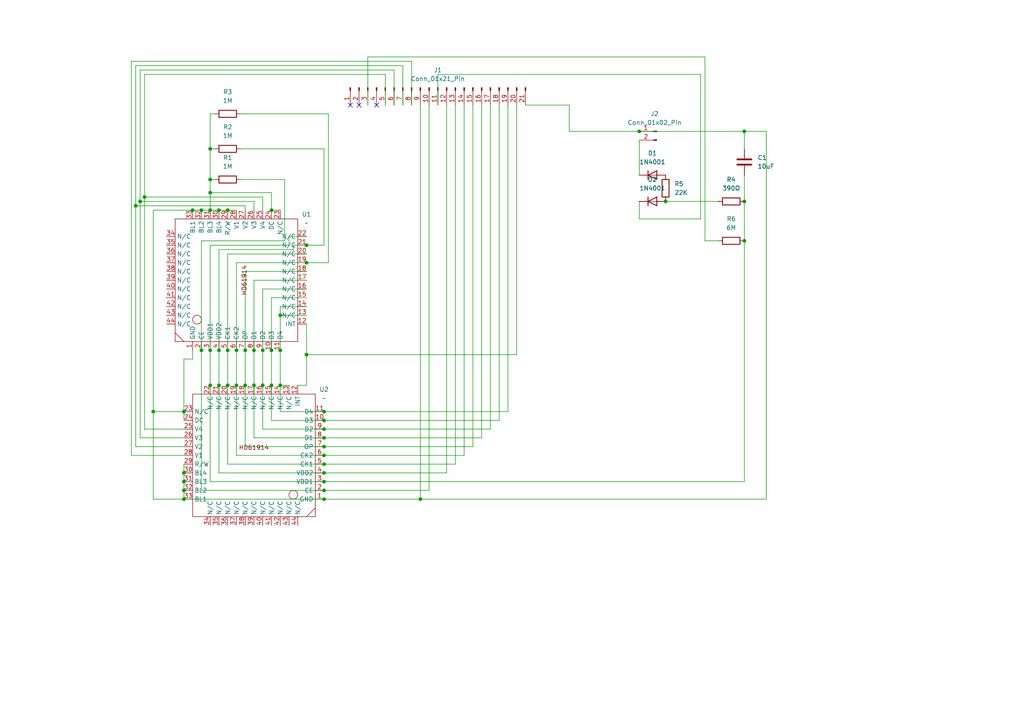
<source format=kicad_sch>
(kicad_sch
	(version 20250114)
	(generator "eeschema")
	(generator_version "9.0")
	(uuid "687d3a35-e0fa-46d7-be51-0041df0ca45c")
	(paper "A4")
	(lib_symbols
		(symbol "Connector:Conn_01x02_Pin"
			(pin_names
				(offset 1.016)
				(hide yes)
			)
			(exclude_from_sim no)
			(in_bom yes)
			(on_board yes)
			(property "Reference" "J"
				(at 0 2.54 0)
				(effects
					(font
						(size 1.27 1.27)
					)
				)
			)
			(property "Value" "Conn_01x02_Pin"
				(at 0 -5.08 0)
				(effects
					(font
						(size 1.27 1.27)
					)
				)
			)
			(property "Footprint" ""
				(at 0 0 0)
				(effects
					(font
						(size 1.27 1.27)
					)
					(hide yes)
				)
			)
			(property "Datasheet" "~"
				(at 0 0 0)
				(effects
					(font
						(size 1.27 1.27)
					)
					(hide yes)
				)
			)
			(property "Description" "Generic connector, single row, 01x02, script generated"
				(at 0 0 0)
				(effects
					(font
						(size 1.27 1.27)
					)
					(hide yes)
				)
			)
			(property "ki_locked" ""
				(at 0 0 0)
				(effects
					(font
						(size 1.27 1.27)
					)
				)
			)
			(property "ki_keywords" "connector"
				(at 0 0 0)
				(effects
					(font
						(size 1.27 1.27)
					)
					(hide yes)
				)
			)
			(property "ki_fp_filters" "Connector*:*_1x??_*"
				(at 0 0 0)
				(effects
					(font
						(size 1.27 1.27)
					)
					(hide yes)
				)
			)
			(symbol "Conn_01x02_Pin_1_1"
				(rectangle
					(start 0.8636 0.127)
					(end 0 -0.127)
					(stroke
						(width 0.1524)
						(type default)
					)
					(fill
						(type outline)
					)
				)
				(rectangle
					(start 0.8636 -2.413)
					(end 0 -2.667)
					(stroke
						(width 0.1524)
						(type default)
					)
					(fill
						(type outline)
					)
				)
				(polyline
					(pts
						(xy 1.27 0) (xy 0.8636 0)
					)
					(stroke
						(width 0.1524)
						(type default)
					)
					(fill
						(type none)
					)
				)
				(polyline
					(pts
						(xy 1.27 -2.54) (xy 0.8636 -2.54)
					)
					(stroke
						(width 0.1524)
						(type default)
					)
					(fill
						(type none)
					)
				)
				(pin passive line
					(at 5.08 0 180)
					(length 3.81)
					(name "Pin_1"
						(effects
							(font
								(size 1.27 1.27)
							)
						)
					)
					(number "1"
						(effects
							(font
								(size 1.27 1.27)
							)
						)
					)
				)
				(pin passive line
					(at 5.08 -2.54 180)
					(length 3.81)
					(name "Pin_2"
						(effects
							(font
								(size 1.27 1.27)
							)
						)
					)
					(number "2"
						(effects
							(font
								(size 1.27 1.27)
							)
						)
					)
				)
			)
			(embedded_fonts no)
		)
		(symbol "Connector:Conn_01x21_Pin"
			(pin_names
				(offset 1.016)
				(hide yes)
			)
			(exclude_from_sim no)
			(in_bom yes)
			(on_board yes)
			(property "Reference" "J"
				(at 0 27.94 0)
				(effects
					(font
						(size 1.27 1.27)
					)
				)
			)
			(property "Value" "Conn_01x21_Pin"
				(at 0 -27.94 0)
				(effects
					(font
						(size 1.27 1.27)
					)
				)
			)
			(property "Footprint" ""
				(at 0 0 0)
				(effects
					(font
						(size 1.27 1.27)
					)
					(hide yes)
				)
			)
			(property "Datasheet" "~"
				(at 0 0 0)
				(effects
					(font
						(size 1.27 1.27)
					)
					(hide yes)
				)
			)
			(property "Description" "Generic connector, single row, 01x21, script generated"
				(at 0 0 0)
				(effects
					(font
						(size 1.27 1.27)
					)
					(hide yes)
				)
			)
			(property "ki_locked" ""
				(at 0 0 0)
				(effects
					(font
						(size 1.27 1.27)
					)
				)
			)
			(property "ki_keywords" "connector"
				(at 0 0 0)
				(effects
					(font
						(size 1.27 1.27)
					)
					(hide yes)
				)
			)
			(property "ki_fp_filters" "Connector*:*_1x??_*"
				(at 0 0 0)
				(effects
					(font
						(size 1.27 1.27)
					)
					(hide yes)
				)
			)
			(symbol "Conn_01x21_Pin_1_1"
				(rectangle
					(start 0.8636 25.527)
					(end 0 25.273)
					(stroke
						(width 0.1524)
						(type default)
					)
					(fill
						(type outline)
					)
				)
				(rectangle
					(start 0.8636 22.987)
					(end 0 22.733)
					(stroke
						(width 0.1524)
						(type default)
					)
					(fill
						(type outline)
					)
				)
				(rectangle
					(start 0.8636 20.447)
					(end 0 20.193)
					(stroke
						(width 0.1524)
						(type default)
					)
					(fill
						(type outline)
					)
				)
				(rectangle
					(start 0.8636 17.907)
					(end 0 17.653)
					(stroke
						(width 0.1524)
						(type default)
					)
					(fill
						(type outline)
					)
				)
				(rectangle
					(start 0.8636 15.367)
					(end 0 15.113)
					(stroke
						(width 0.1524)
						(type default)
					)
					(fill
						(type outline)
					)
				)
				(rectangle
					(start 0.8636 12.827)
					(end 0 12.573)
					(stroke
						(width 0.1524)
						(type default)
					)
					(fill
						(type outline)
					)
				)
				(rectangle
					(start 0.8636 10.287)
					(end 0 10.033)
					(stroke
						(width 0.1524)
						(type default)
					)
					(fill
						(type outline)
					)
				)
				(rectangle
					(start 0.8636 7.747)
					(end 0 7.493)
					(stroke
						(width 0.1524)
						(type default)
					)
					(fill
						(type outline)
					)
				)
				(rectangle
					(start 0.8636 5.207)
					(end 0 4.953)
					(stroke
						(width 0.1524)
						(type default)
					)
					(fill
						(type outline)
					)
				)
				(rectangle
					(start 0.8636 2.667)
					(end 0 2.413)
					(stroke
						(width 0.1524)
						(type default)
					)
					(fill
						(type outline)
					)
				)
				(rectangle
					(start 0.8636 0.127)
					(end 0 -0.127)
					(stroke
						(width 0.1524)
						(type default)
					)
					(fill
						(type outline)
					)
				)
				(rectangle
					(start 0.8636 -2.413)
					(end 0 -2.667)
					(stroke
						(width 0.1524)
						(type default)
					)
					(fill
						(type outline)
					)
				)
				(rectangle
					(start 0.8636 -4.953)
					(end 0 -5.207)
					(stroke
						(width 0.1524)
						(type default)
					)
					(fill
						(type outline)
					)
				)
				(rectangle
					(start 0.8636 -7.493)
					(end 0 -7.747)
					(stroke
						(width 0.1524)
						(type default)
					)
					(fill
						(type outline)
					)
				)
				(rectangle
					(start 0.8636 -10.033)
					(end 0 -10.287)
					(stroke
						(width 0.1524)
						(type default)
					)
					(fill
						(type outline)
					)
				)
				(rectangle
					(start 0.8636 -12.573)
					(end 0 -12.827)
					(stroke
						(width 0.1524)
						(type default)
					)
					(fill
						(type outline)
					)
				)
				(rectangle
					(start 0.8636 -15.113)
					(end 0 -15.367)
					(stroke
						(width 0.1524)
						(type default)
					)
					(fill
						(type outline)
					)
				)
				(rectangle
					(start 0.8636 -17.653)
					(end 0 -17.907)
					(stroke
						(width 0.1524)
						(type default)
					)
					(fill
						(type outline)
					)
				)
				(rectangle
					(start 0.8636 -20.193)
					(end 0 -20.447)
					(stroke
						(width 0.1524)
						(type default)
					)
					(fill
						(type outline)
					)
				)
				(rectangle
					(start 0.8636 -22.733)
					(end 0 -22.987)
					(stroke
						(width 0.1524)
						(type default)
					)
					(fill
						(type outline)
					)
				)
				(rectangle
					(start 0.8636 -25.273)
					(end 0 -25.527)
					(stroke
						(width 0.1524)
						(type default)
					)
					(fill
						(type outline)
					)
				)
				(polyline
					(pts
						(xy 1.27 25.4) (xy 0.8636 25.4)
					)
					(stroke
						(width 0.1524)
						(type default)
					)
					(fill
						(type none)
					)
				)
				(polyline
					(pts
						(xy 1.27 22.86) (xy 0.8636 22.86)
					)
					(stroke
						(width 0.1524)
						(type default)
					)
					(fill
						(type none)
					)
				)
				(polyline
					(pts
						(xy 1.27 20.32) (xy 0.8636 20.32)
					)
					(stroke
						(width 0.1524)
						(type default)
					)
					(fill
						(type none)
					)
				)
				(polyline
					(pts
						(xy 1.27 17.78) (xy 0.8636 17.78)
					)
					(stroke
						(width 0.1524)
						(type default)
					)
					(fill
						(type none)
					)
				)
				(polyline
					(pts
						(xy 1.27 15.24) (xy 0.8636 15.24)
					)
					(stroke
						(width 0.1524)
						(type default)
					)
					(fill
						(type none)
					)
				)
				(polyline
					(pts
						(xy 1.27 12.7) (xy 0.8636 12.7)
					)
					(stroke
						(width 0.1524)
						(type default)
					)
					(fill
						(type none)
					)
				)
				(polyline
					(pts
						(xy 1.27 10.16) (xy 0.8636 10.16)
					)
					(stroke
						(width 0.1524)
						(type default)
					)
					(fill
						(type none)
					)
				)
				(polyline
					(pts
						(xy 1.27 7.62) (xy 0.8636 7.62)
					)
					(stroke
						(width 0.1524)
						(type default)
					)
					(fill
						(type none)
					)
				)
				(polyline
					(pts
						(xy 1.27 5.08) (xy 0.8636 5.08)
					)
					(stroke
						(width 0.1524)
						(type default)
					)
					(fill
						(type none)
					)
				)
				(polyline
					(pts
						(xy 1.27 2.54) (xy 0.8636 2.54)
					)
					(stroke
						(width 0.1524)
						(type default)
					)
					(fill
						(type none)
					)
				)
				(polyline
					(pts
						(xy 1.27 0) (xy 0.8636 0)
					)
					(stroke
						(width 0.1524)
						(type default)
					)
					(fill
						(type none)
					)
				)
				(polyline
					(pts
						(xy 1.27 -2.54) (xy 0.8636 -2.54)
					)
					(stroke
						(width 0.1524)
						(type default)
					)
					(fill
						(type none)
					)
				)
				(polyline
					(pts
						(xy 1.27 -5.08) (xy 0.8636 -5.08)
					)
					(stroke
						(width 0.1524)
						(type default)
					)
					(fill
						(type none)
					)
				)
				(polyline
					(pts
						(xy 1.27 -7.62) (xy 0.8636 -7.62)
					)
					(stroke
						(width 0.1524)
						(type default)
					)
					(fill
						(type none)
					)
				)
				(polyline
					(pts
						(xy 1.27 -10.16) (xy 0.8636 -10.16)
					)
					(stroke
						(width 0.1524)
						(type default)
					)
					(fill
						(type none)
					)
				)
				(polyline
					(pts
						(xy 1.27 -12.7) (xy 0.8636 -12.7)
					)
					(stroke
						(width 0.1524)
						(type default)
					)
					(fill
						(type none)
					)
				)
				(polyline
					(pts
						(xy 1.27 -15.24) (xy 0.8636 -15.24)
					)
					(stroke
						(width 0.1524)
						(type default)
					)
					(fill
						(type none)
					)
				)
				(polyline
					(pts
						(xy 1.27 -17.78) (xy 0.8636 -17.78)
					)
					(stroke
						(width 0.1524)
						(type default)
					)
					(fill
						(type none)
					)
				)
				(polyline
					(pts
						(xy 1.27 -20.32) (xy 0.8636 -20.32)
					)
					(stroke
						(width 0.1524)
						(type default)
					)
					(fill
						(type none)
					)
				)
				(polyline
					(pts
						(xy 1.27 -22.86) (xy 0.8636 -22.86)
					)
					(stroke
						(width 0.1524)
						(type default)
					)
					(fill
						(type none)
					)
				)
				(polyline
					(pts
						(xy 1.27 -25.4) (xy 0.8636 -25.4)
					)
					(stroke
						(width 0.1524)
						(type default)
					)
					(fill
						(type none)
					)
				)
				(pin passive line
					(at 5.08 25.4 180)
					(length 3.81)
					(name "Pin_1"
						(effects
							(font
								(size 1.27 1.27)
							)
						)
					)
					(number "1"
						(effects
							(font
								(size 1.27 1.27)
							)
						)
					)
				)
				(pin passive line
					(at 5.08 22.86 180)
					(length 3.81)
					(name "Pin_2"
						(effects
							(font
								(size 1.27 1.27)
							)
						)
					)
					(number "2"
						(effects
							(font
								(size 1.27 1.27)
							)
						)
					)
				)
				(pin passive line
					(at 5.08 20.32 180)
					(length 3.81)
					(name "Pin_3"
						(effects
							(font
								(size 1.27 1.27)
							)
						)
					)
					(number "3"
						(effects
							(font
								(size 1.27 1.27)
							)
						)
					)
				)
				(pin passive line
					(at 5.08 17.78 180)
					(length 3.81)
					(name "Pin_4"
						(effects
							(font
								(size 1.27 1.27)
							)
						)
					)
					(number "4"
						(effects
							(font
								(size 1.27 1.27)
							)
						)
					)
				)
				(pin passive line
					(at 5.08 15.24 180)
					(length 3.81)
					(name "Pin_5"
						(effects
							(font
								(size 1.27 1.27)
							)
						)
					)
					(number "5"
						(effects
							(font
								(size 1.27 1.27)
							)
						)
					)
				)
				(pin passive line
					(at 5.08 12.7 180)
					(length 3.81)
					(name "Pin_6"
						(effects
							(font
								(size 1.27 1.27)
							)
						)
					)
					(number "6"
						(effects
							(font
								(size 1.27 1.27)
							)
						)
					)
				)
				(pin passive line
					(at 5.08 10.16 180)
					(length 3.81)
					(name "Pin_7"
						(effects
							(font
								(size 1.27 1.27)
							)
						)
					)
					(number "7"
						(effects
							(font
								(size 1.27 1.27)
							)
						)
					)
				)
				(pin passive line
					(at 5.08 7.62 180)
					(length 3.81)
					(name "Pin_8"
						(effects
							(font
								(size 1.27 1.27)
							)
						)
					)
					(number "8"
						(effects
							(font
								(size 1.27 1.27)
							)
						)
					)
				)
				(pin passive line
					(at 5.08 5.08 180)
					(length 3.81)
					(name "Pin_9"
						(effects
							(font
								(size 1.27 1.27)
							)
						)
					)
					(number "9"
						(effects
							(font
								(size 1.27 1.27)
							)
						)
					)
				)
				(pin passive line
					(at 5.08 2.54 180)
					(length 3.81)
					(name "Pin_10"
						(effects
							(font
								(size 1.27 1.27)
							)
						)
					)
					(number "10"
						(effects
							(font
								(size 1.27 1.27)
							)
						)
					)
				)
				(pin passive line
					(at 5.08 0 180)
					(length 3.81)
					(name "Pin_11"
						(effects
							(font
								(size 1.27 1.27)
							)
						)
					)
					(number "11"
						(effects
							(font
								(size 1.27 1.27)
							)
						)
					)
				)
				(pin passive line
					(at 5.08 -2.54 180)
					(length 3.81)
					(name "Pin_12"
						(effects
							(font
								(size 1.27 1.27)
							)
						)
					)
					(number "12"
						(effects
							(font
								(size 1.27 1.27)
							)
						)
					)
				)
				(pin passive line
					(at 5.08 -5.08 180)
					(length 3.81)
					(name "Pin_13"
						(effects
							(font
								(size 1.27 1.27)
							)
						)
					)
					(number "13"
						(effects
							(font
								(size 1.27 1.27)
							)
						)
					)
				)
				(pin passive line
					(at 5.08 -7.62 180)
					(length 3.81)
					(name "Pin_14"
						(effects
							(font
								(size 1.27 1.27)
							)
						)
					)
					(number "14"
						(effects
							(font
								(size 1.27 1.27)
							)
						)
					)
				)
				(pin passive line
					(at 5.08 -10.16 180)
					(length 3.81)
					(name "Pin_15"
						(effects
							(font
								(size 1.27 1.27)
							)
						)
					)
					(number "15"
						(effects
							(font
								(size 1.27 1.27)
							)
						)
					)
				)
				(pin passive line
					(at 5.08 -12.7 180)
					(length 3.81)
					(name "Pin_16"
						(effects
							(font
								(size 1.27 1.27)
							)
						)
					)
					(number "16"
						(effects
							(font
								(size 1.27 1.27)
							)
						)
					)
				)
				(pin passive line
					(at 5.08 -15.24 180)
					(length 3.81)
					(name "Pin_17"
						(effects
							(font
								(size 1.27 1.27)
							)
						)
					)
					(number "17"
						(effects
							(font
								(size 1.27 1.27)
							)
						)
					)
				)
				(pin passive line
					(at 5.08 -17.78 180)
					(length 3.81)
					(name "Pin_18"
						(effects
							(font
								(size 1.27 1.27)
							)
						)
					)
					(number "18"
						(effects
							(font
								(size 1.27 1.27)
							)
						)
					)
				)
				(pin passive line
					(at 5.08 -20.32 180)
					(length 3.81)
					(name "Pin_19"
						(effects
							(font
								(size 1.27 1.27)
							)
						)
					)
					(number "19"
						(effects
							(font
								(size 1.27 1.27)
							)
						)
					)
				)
				(pin passive line
					(at 5.08 -22.86 180)
					(length 3.81)
					(name "Pin_20"
						(effects
							(font
								(size 1.27 1.27)
							)
						)
					)
					(number "20"
						(effects
							(font
								(size 1.27 1.27)
							)
						)
					)
				)
				(pin passive line
					(at 5.08 -25.4 180)
					(length 3.81)
					(name "Pin_21"
						(effects
							(font
								(size 1.27 1.27)
							)
						)
					)
					(number "21"
						(effects
							(font
								(size 1.27 1.27)
							)
						)
					)
				)
			)
			(embedded_fonts no)
		)
		(symbol "Custom_Retro_Chips:HD61914"
			(exclude_from_sim no)
			(in_bom yes)
			(on_board yes)
			(property "Reference" "U"
				(at 0 0 0)
				(effects
					(font
						(size 1.27 1.27)
					)
				)
			)
			(property "Value" ""
				(at 0 -16.256 0)
				(effects
					(font
						(size 1.27 1.27)
					)
				)
			)
			(property "Footprint" ""
				(at 0 -16.256 0)
				(effects
					(font
						(size 1.27 1.27)
					)
					(hide yes)
				)
			)
			(property "Datasheet" ""
				(at 0 -16.256 0)
				(effects
					(font
						(size 1.27 1.27)
					)
					(hide yes)
				)
			)
			(property "Description" ""
				(at 0 -16.256 0)
				(effects
					(font
						(size 1.27 1.27)
					)
					(hide yes)
				)
			)
			(symbol "HD61914_0_1"
				(rectangle
					(start -17.78 17.78)
					(end 17.78 -17.78)
					(stroke
						(width 0)
						(type default)
					)
					(fill
						(type none)
					)
				)
				(circle
					(center 11.43 -11.43)
					(radius 1.27)
					(stroke
						(width 0)
						(type default)
					)
					(fill
						(type none)
					)
				)
				(polyline
					(pts
						(xy 15.24 -17.78) (xy 17.78 -15.24)
					)
					(stroke
						(width 0)
						(type default)
					)
					(fill
						(type none)
					)
				)
			)
			(symbol "HD61914_1_1"
				(text "HD61914"
					(at 0 2.286 0)
					(effects
						(font
							(size 1.27 1.27)
						)
					)
				)
				(pin passive line
					(at -20.32 12.7 0)
					(length 2.54)
					(name "N/C"
						(effects
							(font
								(size 1.27 1.27)
							)
						)
					)
					(number "23"
						(effects
							(font
								(size 1.27 1.27)
							)
						)
					)
				)
				(pin input line
					(at -20.32 10.16 0)
					(length 2.54)
					(name "DC"
						(effects
							(font
								(size 1.27 1.27)
							)
						)
					)
					(number "24"
						(effects
							(font
								(size 1.27 1.27)
							)
						)
					)
				)
				(pin input line
					(at -20.32 7.62 0)
					(length 2.54)
					(name "V4"
						(effects
							(font
								(size 1.27 1.27)
							)
						)
					)
					(number "25"
						(effects
							(font
								(size 1.27 1.27)
							)
						)
					)
				)
				(pin input line
					(at -20.32 5.08 0)
					(length 2.54)
					(name "V3"
						(effects
							(font
								(size 1.27 1.27)
							)
						)
					)
					(number "26"
						(effects
							(font
								(size 1.27 1.27)
							)
						)
					)
				)
				(pin input line
					(at -20.32 2.54 0)
					(length 2.54)
					(name "V2"
						(effects
							(font
								(size 1.27 1.27)
							)
						)
					)
					(number "27"
						(effects
							(font
								(size 1.27 1.27)
							)
						)
					)
				)
				(pin input line
					(at -20.32 0 0)
					(length 2.54)
					(name "V1"
						(effects
							(font
								(size 1.27 1.27)
							)
						)
					)
					(number "28"
						(effects
							(font
								(size 1.27 1.27)
							)
						)
					)
				)
				(pin input line
					(at -20.32 -2.54 0)
					(length 2.54)
					(name "R/W"
						(effects
							(font
								(size 1.27 1.27)
							)
						)
					)
					(number "29"
						(effects
							(font
								(size 1.27 1.27)
							)
						)
					)
				)
				(pin input line
					(at -20.32 -5.08 0)
					(length 2.54)
					(name "BL4"
						(effects
							(font
								(size 1.27 1.27)
							)
						)
					)
					(number "30"
						(effects
							(font
								(size 1.27 1.27)
							)
						)
					)
				)
				(pin input line
					(at -20.32 -7.62 0)
					(length 2.54)
					(name "BL3"
						(effects
							(font
								(size 1.27 1.27)
							)
						)
					)
					(number "31"
						(effects
							(font
								(size 1.27 1.27)
							)
						)
					)
				)
				(pin input line
					(at -20.32 -10.16 0)
					(length 2.54)
					(name "BL2"
						(effects
							(font
								(size 1.27 1.27)
							)
						)
					)
					(number "32"
						(effects
							(font
								(size 1.27 1.27)
							)
						)
					)
				)
				(pin input line
					(at -20.32 -12.7 0)
					(length 2.54)
					(name "BL1"
						(effects
							(font
								(size 1.27 1.27)
							)
						)
					)
					(number "33"
						(effects
							(font
								(size 1.27 1.27)
							)
						)
					)
				)
				(pin passive line
					(at -12.7 20.32 270)
					(length 2.54)
					(name "N/C"
						(effects
							(font
								(size 1.27 1.27)
							)
						)
					)
					(number "22"
						(effects
							(font
								(size 1.27 1.27)
							)
						)
					)
				)
				(pin passive line
					(at -12.7 -20.32 90)
					(length 2.54)
					(name "N/C"
						(effects
							(font
								(size 1.27 1.27)
							)
						)
					)
					(number "34"
						(effects
							(font
								(size 1.27 1.27)
							)
						)
					)
				)
				(pin passive line
					(at -10.16 20.32 270)
					(length 2.54)
					(name "N/C"
						(effects
							(font
								(size 1.27 1.27)
							)
						)
					)
					(number "21"
						(effects
							(font
								(size 1.27 1.27)
							)
						)
					)
				)
				(pin passive line
					(at -10.16 -20.32 90)
					(length 2.54)
					(name "N/C"
						(effects
							(font
								(size 1.27 1.27)
							)
						)
					)
					(number "35"
						(effects
							(font
								(size 1.27 1.27)
							)
						)
					)
				)
				(pin passive line
					(at -7.62 20.32 270)
					(length 2.54)
					(name "N/C"
						(effects
							(font
								(size 1.27 1.27)
							)
						)
					)
					(number "20"
						(effects
							(font
								(size 1.27 1.27)
							)
						)
					)
				)
				(pin passive line
					(at -7.62 -20.32 90)
					(length 2.54)
					(name "N/C"
						(effects
							(font
								(size 1.27 1.27)
							)
						)
					)
					(number "36"
						(effects
							(font
								(size 1.27 1.27)
							)
						)
					)
				)
				(pin passive line
					(at -5.08 20.32 270)
					(length 2.54)
					(name "N/C"
						(effects
							(font
								(size 1.27 1.27)
							)
						)
					)
					(number "19"
						(effects
							(font
								(size 1.27 1.27)
							)
						)
					)
				)
				(pin passive line
					(at -5.08 -20.32 90)
					(length 2.54)
					(name "N/C"
						(effects
							(font
								(size 1.27 1.27)
							)
						)
					)
					(number "37"
						(effects
							(font
								(size 1.27 1.27)
							)
						)
					)
				)
				(pin passive line
					(at -2.54 20.32 270)
					(length 2.54)
					(name "N/C"
						(effects
							(font
								(size 1.27 1.27)
							)
						)
					)
					(number "18"
						(effects
							(font
								(size 1.27 1.27)
							)
						)
					)
				)
				(pin passive line
					(at -2.54 -20.32 90)
					(length 2.54)
					(name "N/C"
						(effects
							(font
								(size 1.27 1.27)
							)
						)
					)
					(number "38"
						(effects
							(font
								(size 1.27 1.27)
							)
						)
					)
				)
				(pin passive line
					(at 0 20.32 270)
					(length 2.54)
					(name "N/C"
						(effects
							(font
								(size 1.27 1.27)
							)
						)
					)
					(number "17"
						(effects
							(font
								(size 1.27 1.27)
							)
						)
					)
				)
				(pin passive line
					(at 0 -20.32 90)
					(length 2.54)
					(name "N/C"
						(effects
							(font
								(size 1.27 1.27)
							)
						)
					)
					(number "39"
						(effects
							(font
								(size 1.27 1.27)
							)
						)
					)
				)
				(pin passive line
					(at 2.54 20.32 270)
					(length 2.54)
					(name "N/C"
						(effects
							(font
								(size 1.27 1.27)
							)
						)
					)
					(number "16"
						(effects
							(font
								(size 1.27 1.27)
							)
						)
					)
				)
				(pin passive line
					(at 2.54 -20.32 90)
					(length 2.54)
					(name "N/C"
						(effects
							(font
								(size 1.27 1.27)
							)
						)
					)
					(number "40"
						(effects
							(font
								(size 1.27 1.27)
							)
						)
					)
				)
				(pin passive line
					(at 5.08 20.32 270)
					(length 2.54)
					(name "N/C"
						(effects
							(font
								(size 1.27 1.27)
							)
						)
					)
					(number "15"
						(effects
							(font
								(size 1.27 1.27)
							)
						)
					)
				)
				(pin passive line
					(at 5.08 -20.32 90)
					(length 2.54)
					(name "N/C"
						(effects
							(font
								(size 1.27 1.27)
							)
						)
					)
					(number "41"
						(effects
							(font
								(size 1.27 1.27)
							)
						)
					)
				)
				(pin passive line
					(at 7.62 20.32 270)
					(length 2.54)
					(name "N/C"
						(effects
							(font
								(size 1.27 1.27)
							)
						)
					)
					(number "14"
						(effects
							(font
								(size 1.27 1.27)
							)
						)
					)
				)
				(pin passive line
					(at 7.62 -20.32 90)
					(length 2.54)
					(name "N/C"
						(effects
							(font
								(size 1.27 1.27)
							)
						)
					)
					(number "42"
						(effects
							(font
								(size 1.27 1.27)
							)
						)
					)
				)
				(pin passive line
					(at 10.16 20.32 270)
					(length 2.54)
					(name "N/C"
						(effects
							(font
								(size 1.27 1.27)
							)
						)
					)
					(number "13"
						(effects
							(font
								(size 1.27 1.27)
							)
						)
					)
				)
				(pin passive line
					(at 10.16 -20.32 90)
					(length 2.54)
					(name "N/C"
						(effects
							(font
								(size 1.27 1.27)
							)
						)
					)
					(number "43"
						(effects
							(font
								(size 1.27 1.27)
							)
						)
					)
				)
				(pin input line
					(at 12.7 20.32 270)
					(length 2.54)
					(name "INT"
						(effects
							(font
								(size 1.27 1.27)
							)
						)
					)
					(number "12"
						(effects
							(font
								(size 1.27 1.27)
							)
						)
					)
				)
				(pin passive line
					(at 12.7 -20.32 90)
					(length 2.54)
					(name "N/C"
						(effects
							(font
								(size 1.27 1.27)
							)
						)
					)
					(number "44"
						(effects
							(font
								(size 1.27 1.27)
							)
						)
					)
				)
				(pin bidirectional line
					(at 20.32 12.7 180)
					(length 2.54)
					(name "D4"
						(effects
							(font
								(size 1.27 1.27)
							)
						)
					)
					(number "11"
						(effects
							(font
								(size 1.27 1.27)
							)
						)
					)
				)
				(pin bidirectional line
					(at 20.32 10.16 180)
					(length 2.54)
					(name "D3"
						(effects
							(font
								(size 1.27 1.27)
							)
						)
					)
					(number "10"
						(effects
							(font
								(size 1.27 1.27)
							)
						)
					)
				)
				(pin bidirectional line
					(at 20.32 7.62 180)
					(length 2.54)
					(name "D2"
						(effects
							(font
								(size 1.27 1.27)
							)
						)
					)
					(number "9"
						(effects
							(font
								(size 1.27 1.27)
							)
						)
					)
				)
				(pin bidirectional line
					(at 20.32 5.08 180)
					(length 2.54)
					(name "D1"
						(effects
							(font
								(size 1.27 1.27)
							)
						)
					)
					(number "8"
						(effects
							(font
								(size 1.27 1.27)
							)
						)
					)
				)
				(pin input line
					(at 20.32 2.54 180)
					(length 2.54)
					(name "OP"
						(effects
							(font
								(size 1.27 1.27)
							)
						)
					)
					(number "7"
						(effects
							(font
								(size 1.27 1.27)
							)
						)
					)
				)
				(pin input line
					(at 20.32 0 180)
					(length 2.54)
					(name "CK2"
						(effects
							(font
								(size 1.27 1.27)
							)
						)
					)
					(number "6"
						(effects
							(font
								(size 1.27 1.27)
							)
						)
					)
				)
				(pin input line
					(at 20.32 -2.54 180)
					(length 2.54)
					(name "CK1"
						(effects
							(font
								(size 1.27 1.27)
							)
						)
					)
					(number "5"
						(effects
							(font
								(size 1.27 1.27)
							)
						)
					)
				)
				(pin power_in line
					(at 20.32 -5.08 180)
					(length 2.54)
					(name "VDD2"
						(effects
							(font
								(size 1.27 1.27)
							)
						)
					)
					(number "4"
						(effects
							(font
								(size 1.27 1.27)
							)
						)
					)
				)
				(pin power_in line
					(at 20.32 -7.62 180)
					(length 2.54)
					(name "VDD1"
						(effects
							(font
								(size 1.27 1.27)
							)
						)
					)
					(number "3"
						(effects
							(font
								(size 1.27 1.27)
							)
						)
					)
				)
				(pin input line
					(at 20.32 -10.16 180)
					(length 2.54)
					(name "CE"
						(effects
							(font
								(size 1.27 1.27)
							)
						)
					)
					(number "2"
						(effects
							(font
								(size 1.27 1.27)
							)
						)
					)
				)
				(pin power_in line
					(at 20.32 -12.7 180)
					(length 2.54)
					(name "GND"
						(effects
							(font
								(size 1.27 1.27)
							)
						)
					)
					(number "1"
						(effects
							(font
								(size 1.27 1.27)
							)
						)
					)
				)
			)
			(embedded_fonts no)
		)
		(symbol "Device:C"
			(pin_numbers
				(hide yes)
			)
			(pin_names
				(offset 0.254)
			)
			(exclude_from_sim no)
			(in_bom yes)
			(on_board yes)
			(property "Reference" "C"
				(at 0.635 2.54 0)
				(effects
					(font
						(size 1.27 1.27)
					)
					(justify left)
				)
			)
			(property "Value" "C"
				(at 0.635 -2.54 0)
				(effects
					(font
						(size 1.27 1.27)
					)
					(justify left)
				)
			)
			(property "Footprint" ""
				(at 0.9652 -3.81 0)
				(effects
					(font
						(size 1.27 1.27)
					)
					(hide yes)
				)
			)
			(property "Datasheet" "~"
				(at 0 0 0)
				(effects
					(font
						(size 1.27 1.27)
					)
					(hide yes)
				)
			)
			(property "Description" "Unpolarized capacitor"
				(at 0 0 0)
				(effects
					(font
						(size 1.27 1.27)
					)
					(hide yes)
				)
			)
			(property "ki_keywords" "cap capacitor"
				(at 0 0 0)
				(effects
					(font
						(size 1.27 1.27)
					)
					(hide yes)
				)
			)
			(property "ki_fp_filters" "C_*"
				(at 0 0 0)
				(effects
					(font
						(size 1.27 1.27)
					)
					(hide yes)
				)
			)
			(symbol "C_0_1"
				(polyline
					(pts
						(xy -2.032 0.762) (xy 2.032 0.762)
					)
					(stroke
						(width 0.508)
						(type default)
					)
					(fill
						(type none)
					)
				)
				(polyline
					(pts
						(xy -2.032 -0.762) (xy 2.032 -0.762)
					)
					(stroke
						(width 0.508)
						(type default)
					)
					(fill
						(type none)
					)
				)
			)
			(symbol "C_1_1"
				(pin passive line
					(at 0 3.81 270)
					(length 2.794)
					(name "~"
						(effects
							(font
								(size 1.27 1.27)
							)
						)
					)
					(number "1"
						(effects
							(font
								(size 1.27 1.27)
							)
						)
					)
				)
				(pin passive line
					(at 0 -3.81 90)
					(length 2.794)
					(name "~"
						(effects
							(font
								(size 1.27 1.27)
							)
						)
					)
					(number "2"
						(effects
							(font
								(size 1.27 1.27)
							)
						)
					)
				)
			)
			(embedded_fonts no)
		)
		(symbol "Device:R"
			(pin_numbers
				(hide yes)
			)
			(pin_names
				(offset 0)
			)
			(exclude_from_sim no)
			(in_bom yes)
			(on_board yes)
			(property "Reference" "R"
				(at 2.032 0 90)
				(effects
					(font
						(size 1.27 1.27)
					)
				)
			)
			(property "Value" "R"
				(at 0 0 90)
				(effects
					(font
						(size 1.27 1.27)
					)
				)
			)
			(property "Footprint" ""
				(at -1.778 0 90)
				(effects
					(font
						(size 1.27 1.27)
					)
					(hide yes)
				)
			)
			(property "Datasheet" "~"
				(at 0 0 0)
				(effects
					(font
						(size 1.27 1.27)
					)
					(hide yes)
				)
			)
			(property "Description" "Resistor"
				(at 0 0 0)
				(effects
					(font
						(size 1.27 1.27)
					)
					(hide yes)
				)
			)
			(property "ki_keywords" "R res resistor"
				(at 0 0 0)
				(effects
					(font
						(size 1.27 1.27)
					)
					(hide yes)
				)
			)
			(property "ki_fp_filters" "R_*"
				(at 0 0 0)
				(effects
					(font
						(size 1.27 1.27)
					)
					(hide yes)
				)
			)
			(symbol "R_0_1"
				(rectangle
					(start -1.016 -2.54)
					(end 1.016 2.54)
					(stroke
						(width 0.254)
						(type default)
					)
					(fill
						(type none)
					)
				)
			)
			(symbol "R_1_1"
				(pin passive line
					(at 0 3.81 270)
					(length 1.27)
					(name "~"
						(effects
							(font
								(size 1.27 1.27)
							)
						)
					)
					(number "1"
						(effects
							(font
								(size 1.27 1.27)
							)
						)
					)
				)
				(pin passive line
					(at 0 -3.81 90)
					(length 1.27)
					(name "~"
						(effects
							(font
								(size 1.27 1.27)
							)
						)
					)
					(number "2"
						(effects
							(font
								(size 1.27 1.27)
							)
						)
					)
				)
			)
			(embedded_fonts no)
		)
		(symbol "Diode:1N4001"
			(pin_numbers
				(hide yes)
			)
			(pin_names
				(hide yes)
			)
			(exclude_from_sim no)
			(in_bom yes)
			(on_board yes)
			(property "Reference" "D"
				(at 0 2.54 0)
				(effects
					(font
						(size 1.27 1.27)
					)
				)
			)
			(property "Value" "1N4001"
				(at 0 -2.54 0)
				(effects
					(font
						(size 1.27 1.27)
					)
				)
			)
			(property "Footprint" "Diode_THT:D_DO-41_SOD81_P10.16mm_Horizontal"
				(at 0 0 0)
				(effects
					(font
						(size 1.27 1.27)
					)
					(hide yes)
				)
			)
			(property "Datasheet" "http://www.vishay.com/docs/88503/1n4001.pdf"
				(at 0 0 0)
				(effects
					(font
						(size 1.27 1.27)
					)
					(hide yes)
				)
			)
			(property "Description" "50V 1A General Purpose Rectifier Diode, DO-41"
				(at 0 0 0)
				(effects
					(font
						(size 1.27 1.27)
					)
					(hide yes)
				)
			)
			(property "Sim.Device" "D"
				(at 0 0 0)
				(effects
					(font
						(size 1.27 1.27)
					)
					(hide yes)
				)
			)
			(property "Sim.Pins" "1=K 2=A"
				(at 0 0 0)
				(effects
					(font
						(size 1.27 1.27)
					)
					(hide yes)
				)
			)
			(property "ki_keywords" "diode"
				(at 0 0 0)
				(effects
					(font
						(size 1.27 1.27)
					)
					(hide yes)
				)
			)
			(property "ki_fp_filters" "D*DO?41*"
				(at 0 0 0)
				(effects
					(font
						(size 1.27 1.27)
					)
					(hide yes)
				)
			)
			(symbol "1N4001_0_1"
				(polyline
					(pts
						(xy -1.27 1.27) (xy -1.27 -1.27)
					)
					(stroke
						(width 0.254)
						(type default)
					)
					(fill
						(type none)
					)
				)
				(polyline
					(pts
						(xy 1.27 1.27) (xy 1.27 -1.27) (xy -1.27 0) (xy 1.27 1.27)
					)
					(stroke
						(width 0.254)
						(type default)
					)
					(fill
						(type none)
					)
				)
				(polyline
					(pts
						(xy 1.27 0) (xy -1.27 0)
					)
					(stroke
						(width 0)
						(type default)
					)
					(fill
						(type none)
					)
				)
			)
			(symbol "1N4001_1_1"
				(pin passive line
					(at -3.81 0 0)
					(length 2.54)
					(name "K"
						(effects
							(font
								(size 1.27 1.27)
							)
						)
					)
					(number "1"
						(effects
							(font
								(size 1.27 1.27)
							)
						)
					)
				)
				(pin passive line
					(at 3.81 0 180)
					(length 2.54)
					(name "A"
						(effects
							(font
								(size 1.27 1.27)
							)
						)
					)
					(number "2"
						(effects
							(font
								(size 1.27 1.27)
							)
						)
					)
				)
			)
			(embedded_fonts no)
		)
	)
	(junction
		(at 215.9 58.42)
		(diameter 0)
		(color 0 0 0 0)
		(uuid "166e8c11-c8f4-4f0f-b41a-3275be085e28")
	)
	(junction
		(at 88.9 76.2)
		(diameter 0)
		(color 0 0 0 0)
		(uuid "16850c22-7f3e-4bdb-aa86-5bc0fd362a1f")
	)
	(junction
		(at 193.04 58.42)
		(diameter 0)
		(color 0 0 0 0)
		(uuid "1eaff8e4-80ef-4258-9c46-8f19b35ff3cf")
	)
	(junction
		(at 73.66 111.76)
		(diameter 0)
		(color 0 0 0 0)
		(uuid "223b41de-c32c-4f77-a89e-74a622fab149")
	)
	(junction
		(at 93.98 127)
		(diameter 0)
		(color 0 0 0 0)
		(uuid "2ed14695-3943-4e37-b474-07817938f574")
	)
	(junction
		(at 93.98 121.92)
		(diameter 0)
		(color 0 0 0 0)
		(uuid "2f1edc45-b3d7-4051-a959-3a220c99ed33")
	)
	(junction
		(at 93.98 137.16)
		(diameter 0)
		(color 0 0 0 0)
		(uuid "2f7c02d7-13b8-46b2-bdec-acd3a856e29e")
	)
	(junction
		(at 68.58 111.76)
		(diameter 0)
		(color 0 0 0 0)
		(uuid "33567ede-d08b-45ae-84a7-9c2a785f129b")
	)
	(junction
		(at 53.34 137.16)
		(diameter 0)
		(color 0 0 0 0)
		(uuid "3595c1aa-e815-4ea3-a62c-e856cb0f088f")
	)
	(junction
		(at 39.37 59.69)
		(diameter 0)
		(color 0 0 0 0)
		(uuid "361ea98f-4703-462c-8d43-2eada9467fe3")
	)
	(junction
		(at 60.96 43.18)
		(diameter 0)
		(color 0 0 0 0)
		(uuid "37ac0210-f252-4731-8b53-32f63ccbfa40")
	)
	(junction
		(at 68.58 101.6)
		(diameter 0)
		(color 0 0 0 0)
		(uuid "387e9213-65ce-4436-8390-9feb193bbd95")
	)
	(junction
		(at 55.88 60.96)
		(diameter 0)
		(color 0 0 0 0)
		(uuid "39dacc9b-eaf5-4fb1-bbbf-2971422de9b6")
	)
	(junction
		(at 73.66 101.6)
		(diameter 0)
		(color 0 0 0 0)
		(uuid "440d2aca-beee-4f84-8b3f-ad762ab4ed47")
	)
	(junction
		(at 60.96 111.76)
		(diameter 0)
		(color 0 0 0 0)
		(uuid "4443491b-1579-4a24-a886-0e5e8eb0f83a")
	)
	(junction
		(at 63.5 60.96)
		(diameter 0)
		(color 0 0 0 0)
		(uuid "46e2b282-903c-49c6-a540-5864cbd9a76e")
	)
	(junction
		(at 81.28 111.76)
		(diameter 0)
		(color 0 0 0 0)
		(uuid "4a8b4a24-83f0-459c-8d71-3554b11ad7be")
	)
	(junction
		(at 63.5 101.6)
		(diameter 0)
		(color 0 0 0 0)
		(uuid "4bb39c38-c764-4918-811d-68a1cb1543ff")
	)
	(junction
		(at 93.98 134.62)
		(diameter 0)
		(color 0 0 0 0)
		(uuid "4d699215-bfd6-4bd4-9bce-126442c00489")
	)
	(junction
		(at 41.91 57.15)
		(diameter 0)
		(color 0 0 0 0)
		(uuid "4e695374-7e93-401f-a2fe-4598944fcb1f")
	)
	(junction
		(at 93.98 129.54)
		(diameter 0)
		(color 0 0 0 0)
		(uuid "4fe9fa04-94db-4589-bef8-66d01ef3e000")
	)
	(junction
		(at 53.34 142.24)
		(diameter 0)
		(color 0 0 0 0)
		(uuid "5c8209e6-2a06-4553-a061-c4d478b4ba3a")
	)
	(junction
		(at 78.74 111.76)
		(diameter 0)
		(color 0 0 0 0)
		(uuid "66c59ae4-f8ef-4ca5-ab19-b006d2256c82")
	)
	(junction
		(at 60.96 55.88)
		(diameter 0)
		(color 0 0 0 0)
		(uuid "7476759f-be0f-48f9-ac59-b553ef50b696")
	)
	(junction
		(at 60.96 101.6)
		(diameter 0)
		(color 0 0 0 0)
		(uuid "76494dd9-fac1-42b8-bd66-bbef5b9d5d25")
	)
	(junction
		(at 88.9 71.12)
		(diameter 0)
		(color 0 0 0 0)
		(uuid "81ca72ba-ef86-453a-b206-984f0f7fbcb4")
	)
	(junction
		(at 53.34 139.7)
		(diameter 0)
		(color 0 0 0 0)
		(uuid "84ccbe84-ec37-4a0c-b1e6-14b777780f4d")
	)
	(junction
		(at 71.12 101.6)
		(diameter 0)
		(color 0 0 0 0)
		(uuid "87e519f6-2a27-41af-b383-11564828883d")
	)
	(junction
		(at 93.98 124.46)
		(diameter 0)
		(color 0 0 0 0)
		(uuid "8804a45d-bd3b-4570-a77b-bd8f7c2345f0")
	)
	(junction
		(at 71.12 111.76)
		(diameter 0)
		(color 0 0 0 0)
		(uuid "8effd43a-2015-4956-ab84-c2e10bd1022f")
	)
	(junction
		(at 121.92 144.78)
		(diameter 0)
		(color 0 0 0 0)
		(uuid "92753b91-8761-4431-be17-46dfa2a87e83")
	)
	(junction
		(at 78.74 101.6)
		(diameter 0)
		(color 0 0 0 0)
		(uuid "96d7ca07-ce16-40f1-bee9-258093caeab5")
	)
	(junction
		(at 66.04 101.6)
		(diameter 0)
		(color 0 0 0 0)
		(uuid "9adbc2ee-feda-453d-b5f9-1eb4a2dcb1f6")
	)
	(junction
		(at 93.98 119.38)
		(diameter 0)
		(color 0 0 0 0)
		(uuid "a0449acd-0b6c-4a96-b91a-76031e141311")
	)
	(junction
		(at 215.9 38.1)
		(diameter 0)
		(color 0 0 0 0)
		(uuid "a6716b66-884c-42a1-b2dd-3c654bf2b3b8")
	)
	(junction
		(at 40.64 58.42)
		(diameter 0)
		(color 0 0 0 0)
		(uuid "a9bf93a0-8587-4e5b-b32b-05b208ef11f4")
	)
	(junction
		(at 58.42 60.96)
		(diameter 0)
		(color 0 0 0 0)
		(uuid "aa0fb062-3db4-4241-99c5-4920d30be72b")
	)
	(junction
		(at 185.42 38.1)
		(diameter 0)
		(color 0 0 0 0)
		(uuid "abe8af60-0e8d-4d13-9231-6bce3086a6ea")
	)
	(junction
		(at 53.34 119.38)
		(diameter 0)
		(color 0 0 0 0)
		(uuid "b85b9860-1d89-40a9-ba61-a186ba743e93")
	)
	(junction
		(at 93.98 144.78)
		(diameter 0)
		(color 0 0 0 0)
		(uuid "ba107aec-a8b2-4435-9a7c-eb74ca327c25")
	)
	(junction
		(at 81.28 91.44)
		(diameter 0)
		(color 0 0 0 0)
		(uuid "c0843ab5-1986-43e2-93e6-77aff4753c07")
	)
	(junction
		(at 93.98 132.08)
		(diameter 0)
		(color 0 0 0 0)
		(uuid "c08d58c4-1093-42b7-87cc-11b4167cf216")
	)
	(junction
		(at 44.45 119.38)
		(diameter 0)
		(color 0 0 0 0)
		(uuid "c2f4a03c-7183-4396-80bc-28d2029378d7")
	)
	(junction
		(at 60.96 52.07)
		(diameter 0)
		(color 0 0 0 0)
		(uuid "c5ac80b3-ff9e-4ddd-9e34-3d8e2b953822")
	)
	(junction
		(at 58.42 101.6)
		(diameter 0)
		(color 0 0 0 0)
		(uuid "c9b12617-3a55-47fb-8a94-afcc4a1bf3b1")
	)
	(junction
		(at 76.2 101.6)
		(diameter 0)
		(color 0 0 0 0)
		(uuid "cffa8398-4084-410f-8994-21133b3482b7")
	)
	(junction
		(at 60.96 60.96)
		(diameter 0)
		(color 0 0 0 0)
		(uuid "d9314b2a-f871-44db-91ce-3d6bae472157")
	)
	(junction
		(at 88.9 102.87)
		(diameter 0)
		(color 0 0 0 0)
		(uuid "dcab1cfd-221d-4f20-a146-85f4b6504b0b")
	)
	(junction
		(at 215.9 69.85)
		(diameter 0)
		(color 0 0 0 0)
		(uuid "e0351f31-be83-408a-abb4-55b3df009adb")
	)
	(junction
		(at 66.04 111.76)
		(diameter 0)
		(color 0 0 0 0)
		(uuid "e2f5b9d4-57b0-413e-86b8-4c9f1beb78a3")
	)
	(junction
		(at 78.74 60.96)
		(diameter 0)
		(color 0 0 0 0)
		(uuid "e44dc2ea-d833-40d2-9a13-6afd648b6bc8")
	)
	(junction
		(at 93.98 142.24)
		(diameter 0)
		(color 0 0 0 0)
		(uuid "e4613d23-903c-46df-af42-8f85fc946b6e")
	)
	(junction
		(at 93.98 139.7)
		(diameter 0)
		(color 0 0 0 0)
		(uuid "ec046519-89ed-469b-9bf3-51fe7e3c36fb")
	)
	(junction
		(at 53.34 144.78)
		(diameter 0)
		(color 0 0 0 0)
		(uuid "efad531f-8b61-4a40-9949-6478b4e0b809")
	)
	(junction
		(at 76.2 111.76)
		(diameter 0)
		(color 0 0 0 0)
		(uuid "f31d8382-72e8-4406-817e-b2e95e7c06d1")
	)
	(junction
		(at 66.04 60.96)
		(diameter 0)
		(color 0 0 0 0)
		(uuid "f66c66b4-12a9-48f4-83e6-7a11d27c9b74")
	)
	(junction
		(at 81.28 101.6)
		(diameter 0)
		(color 0 0 0 0)
		(uuid "f9fa648d-0882-46bf-aac3-b760fa05e301")
	)
	(junction
		(at 63.5 111.76)
		(diameter 0)
		(color 0 0 0 0)
		(uuid "fac84ef6-2509-4c64-bbf6-4980812c0d9e")
	)
	(no_connect
		(at 101.6 30.48)
		(uuid "3d005072-f685-4fdd-8e49-0df65a6114f8")
	)
	(no_connect
		(at 109.22 30.48)
		(uuid "67cd2479-7ddb-4077-a071-839f6e4f6a46")
	)
	(no_connect
		(at 104.14 30.48)
		(uuid "cb7d5074-6886-4fae-a842-d623a5311e33")
	)
	(wire
		(pts
			(xy 193.04 58.42) (xy 208.28 58.42)
		)
		(stroke
			(width 0)
			(type default)
		)
		(uuid "008a423d-cc02-41b9-86c4-4516e7c29788")
	)
	(wire
		(pts
			(xy 40.64 58.42) (xy 40.64 127)
		)
		(stroke
			(width 0)
			(type default)
		)
		(uuid "01998b02-913c-42e6-87a3-099af9bec6e1")
	)
	(wire
		(pts
			(xy 66.04 111.76) (xy 66.04 134.62)
		)
		(stroke
			(width 0)
			(type default)
		)
		(uuid "0207485f-417a-46fe-a9e5-6773c48df313")
	)
	(wire
		(pts
			(xy 93.98 134.62) (xy 132.08 134.62)
		)
		(stroke
			(width 0)
			(type default)
		)
		(uuid "039fec1e-7684-42bc-9a40-82f6eee17b6d")
	)
	(wire
		(pts
			(xy 58.42 142.24) (xy 93.98 142.24)
		)
		(stroke
			(width 0)
			(type default)
		)
		(uuid "04c2c817-3da9-4bbc-8e41-a62f92c392fc")
	)
	(wire
		(pts
			(xy 60.96 101.6) (xy 60.96 111.76)
		)
		(stroke
			(width 0)
			(type default)
		)
		(uuid "07526f44-2687-4e86-87f6-ea7fb10f66be")
	)
	(wire
		(pts
			(xy 68.58 76.2) (xy 68.58 101.6)
		)
		(stroke
			(width 0)
			(type default)
		)
		(uuid "09379586-00cb-40e4-b2d3-ee51657894ab")
	)
	(wire
		(pts
			(xy 93.98 71.12) (xy 88.9 71.12)
		)
		(stroke
			(width 0)
			(type default)
		)
		(uuid "09de13f5-f83e-4b6a-995a-6bb68ac84f0e")
	)
	(wire
		(pts
			(xy 53.34 137.16) (xy 53.34 139.7)
		)
		(stroke
			(width 0)
			(type default)
		)
		(uuid "0a5cb35b-87b3-4c2b-810e-88bb2888ef50")
	)
	(wire
		(pts
			(xy 63.5 101.6) (xy 63.5 111.76)
		)
		(stroke
			(width 0)
			(type default)
		)
		(uuid "0ae0d00a-158f-4b11-a267-3cd919d4ea37")
	)
	(wire
		(pts
			(xy 142.24 124.46) (xy 142.24 30.48)
		)
		(stroke
			(width 0)
			(type default)
		)
		(uuid "0b77ce3c-8bea-42c0-a6de-b132fa7b1a02")
	)
	(wire
		(pts
			(xy 82.55 52.07) (xy 82.55 69.85)
		)
		(stroke
			(width 0)
			(type default)
		)
		(uuid "0cd5406c-fbd8-40d9-aeda-ad875591ca71")
	)
	(wire
		(pts
			(xy 63.5 60.96) (xy 66.04 60.96)
		)
		(stroke
			(width 0)
			(type default)
		)
		(uuid "1009ca98-3767-4438-be16-a7828256e772")
	)
	(wire
		(pts
			(xy 60.96 60.96) (xy 63.5 60.96)
		)
		(stroke
			(width 0)
			(type default)
		)
		(uuid "1231c9f4-d0ea-4a76-9c62-7c31464b8916")
	)
	(wire
		(pts
			(xy 81.28 101.6) (xy 81.28 111.76)
		)
		(stroke
			(width 0)
			(type default)
		)
		(uuid "186f6f32-6e92-4aec-bb99-6c04407ee545")
	)
	(wire
		(pts
			(xy 114.3 30.48) (xy 114.3 20.32)
		)
		(stroke
			(width 0)
			(type default)
		)
		(uuid "18a2e1bd-be8d-41a5-9298-d13e93c915fa")
	)
	(wire
		(pts
			(xy 53.34 132.08) (xy 38.1 132.08)
		)
		(stroke
			(width 0)
			(type default)
		)
		(uuid "1996d469-bdbd-41e9-ac08-2856916d178f")
	)
	(wire
		(pts
			(xy 39.37 59.69) (xy 39.37 129.54)
		)
		(stroke
			(width 0)
			(type default)
		)
		(uuid "19c5f9a0-f351-4e43-acd1-e64bf2bd3cfe")
	)
	(wire
		(pts
			(xy 40.64 127) (xy 53.34 127)
		)
		(stroke
			(width 0)
			(type default)
		)
		(uuid "1b826def-b6a6-475a-a3f5-bd63aec074b5")
	)
	(wire
		(pts
			(xy 41.91 21.59) (xy 41.91 57.15)
		)
		(stroke
			(width 0)
			(type default)
		)
		(uuid "1be60773-de1f-4393-8181-b92a1415ef21")
	)
	(wire
		(pts
			(xy 76.2 101.6) (xy 76.2 111.76)
		)
		(stroke
			(width 0)
			(type default)
		)
		(uuid "1cb2ee2a-73f6-4289-8e9b-ab3426348027")
	)
	(wire
		(pts
			(xy 88.9 102.87) (xy 88.9 111.76)
		)
		(stroke
			(width 0)
			(type default)
		)
		(uuid "1ed7579d-38a1-4443-a6d9-f646b7ced80d")
	)
	(wire
		(pts
			(xy 137.16 129.54) (xy 137.16 30.48)
		)
		(stroke
			(width 0)
			(type default)
		)
		(uuid "2057fa32-3bdb-42cc-87be-5a2c6352c91d")
	)
	(wire
		(pts
			(xy 60.96 71.12) (xy 60.96 101.6)
		)
		(stroke
			(width 0)
			(type default)
		)
		(uuid "22641373-df1e-4030-9d90-2e3ad1e8d4aa")
	)
	(wire
		(pts
			(xy 88.9 88.9) (xy 81.28 88.9)
		)
		(stroke
			(width 0)
			(type default)
		)
		(uuid "23d5a526-57d6-40a3-a7cf-5f75370fd404")
	)
	(wire
		(pts
			(xy 60.96 43.18) (xy 60.96 33.02)
		)
		(stroke
			(width 0)
			(type default)
		)
		(uuid "24e44e0e-f460-48e5-9373-04019d9c7734")
	)
	(wire
		(pts
			(xy 185.42 38.1) (xy 165.1 38.1)
		)
		(stroke
			(width 0)
			(type default)
		)
		(uuid "27a40df9-36e6-42fa-b47e-ea9dd3be1f66")
	)
	(wire
		(pts
			(xy 78.74 86.36) (xy 78.74 101.6)
		)
		(stroke
			(width 0)
			(type default)
		)
		(uuid "28b88e11-5338-463c-81f9-bf18deb0a7af")
	)
	(wire
		(pts
			(xy 76.2 124.46) (xy 93.98 124.46)
		)
		(stroke
			(width 0)
			(type default)
		)
		(uuid "2a45cdc0-a97c-4f80-9eba-53d1be546270")
	)
	(wire
		(pts
			(xy 53.34 104.14) (xy 55.88 104.14)
		)
		(stroke
			(width 0)
			(type default)
		)
		(uuid "2c1d1e15-4375-4933-bb32-10821db20cfc")
	)
	(wire
		(pts
			(xy 95.25 76.2) (xy 88.9 76.2)
		)
		(stroke
			(width 0)
			(type default)
		)
		(uuid "2c568a73-f10f-4bbf-9412-91e6794b2e19")
	)
	(wire
		(pts
			(xy 88.9 73.66) (xy 66.04 73.66)
		)
		(stroke
			(width 0)
			(type default)
		)
		(uuid "2ca9563d-1d40-4c0c-a46b-5f96a7003d4d")
	)
	(wire
		(pts
			(xy 73.66 127) (xy 93.98 127)
		)
		(stroke
			(width 0)
			(type default)
		)
		(uuid "2dda7242-8f4c-4484-9365-346455514476")
	)
	(wire
		(pts
			(xy 81.28 91.44) (xy 81.28 101.6)
		)
		(stroke
			(width 0)
			(type default)
		)
		(uuid "307b3903-0a19-4b45-b833-f24768fa1a87")
	)
	(wire
		(pts
			(xy 76.2 111.76) (xy 76.2 124.46)
		)
		(stroke
			(width 0)
			(type default)
		)
		(uuid "31f6bfe7-7e22-4814-b654-4b8b81971db9")
	)
	(wire
		(pts
			(xy 93.98 43.18) (xy 93.98 71.12)
		)
		(stroke
			(width 0)
			(type default)
		)
		(uuid "34b8b0a7-eef5-4079-9d44-6c8bfad680e2")
	)
	(wire
		(pts
			(xy 185.42 58.42) (xy 185.42 63.5)
		)
		(stroke
			(width 0)
			(type default)
		)
		(uuid "350f19d5-4bd0-47f7-a61a-db39d2032329")
	)
	(wire
		(pts
			(xy 134.62 132.08) (xy 134.62 30.48)
		)
		(stroke
			(width 0)
			(type default)
		)
		(uuid "36441b10-d1fd-45da-a6ea-3ef40c882202")
	)
	(wire
		(pts
			(xy 71.12 59.69) (xy 39.37 59.69)
		)
		(stroke
			(width 0)
			(type default)
		)
		(uuid "3690f1fd-4911-4bc4-a341-71889c259f1f")
	)
	(wire
		(pts
			(xy 121.92 144.78) (xy 222.25 144.78)
		)
		(stroke
			(width 0)
			(type default)
		)
		(uuid "37c82f0f-dadb-455a-8b20-c0ff4a901340")
	)
	(wire
		(pts
			(xy 88.9 111.76) (xy 86.36 111.76)
		)
		(stroke
			(width 0)
			(type default)
		)
		(uuid "385ab192-7d07-4164-b04f-0aba4b894b15")
	)
	(wire
		(pts
			(xy 88.9 81.28) (xy 73.66 81.28)
		)
		(stroke
			(width 0)
			(type default)
		)
		(uuid "392e3f61-3e69-4d5b-b947-e40341b5f1b0")
	)
	(wire
		(pts
			(xy 78.74 121.92) (xy 93.98 121.92)
		)
		(stroke
			(width 0)
			(type default)
		)
		(uuid "3b355050-ad88-4f83-9fc8-301e6278cc24")
	)
	(wire
		(pts
			(xy 185.42 40.64) (xy 185.42 50.8)
		)
		(stroke
			(width 0)
			(type default)
		)
		(uuid "3cf809aa-3d4b-4537-a570-c2dcc090247f")
	)
	(wire
		(pts
			(xy 69.85 43.18) (xy 93.98 43.18)
		)
		(stroke
			(width 0)
			(type default)
		)
		(uuid "3e8dcfae-bdcd-47b8-8182-58f2b57caf16")
	)
	(wire
		(pts
			(xy 44.45 144.78) (xy 53.34 144.78)
		)
		(stroke
			(width 0)
			(type default)
		)
		(uuid "3fd3f44a-271d-4cd8-8c1f-6327dd64a7cb")
	)
	(wire
		(pts
			(xy 93.98 137.16) (xy 129.54 137.16)
		)
		(stroke
			(width 0)
			(type default)
		)
		(uuid "40679a66-7eeb-4b7c-8b3b-0cc36cb08cce")
	)
	(wire
		(pts
			(xy 78.74 60.96) (xy 78.74 55.88)
		)
		(stroke
			(width 0)
			(type default)
		)
		(uuid "42acc1ad-a3d6-4e61-94ca-61d1d486250d")
	)
	(wire
		(pts
			(xy 88.9 71.12) (xy 85.09 71.12)
		)
		(stroke
			(width 0)
			(type default)
		)
		(uuid "436f5c18-095a-4572-9174-f1ac5704b13a")
	)
	(wire
		(pts
			(xy 68.58 132.08) (xy 93.98 132.08)
		)
		(stroke
			(width 0)
			(type default)
		)
		(uuid "4377d94a-650d-492b-b107-7ee0ad08b7f2")
	)
	(wire
		(pts
			(xy 81.28 88.9) (xy 81.28 91.44)
		)
		(stroke
			(width 0)
			(type default)
		)
		(uuid "4589eb8d-318e-4dd3-b2bd-1a18c355fc0f")
	)
	(wire
		(pts
			(xy 53.34 134.62) (xy 53.34 137.16)
		)
		(stroke
			(width 0)
			(type default)
		)
		(uuid "461d142c-660e-4b01-b954-c0239354598e")
	)
	(wire
		(pts
			(xy 63.5 111.76) (xy 63.5 137.16)
		)
		(stroke
			(width 0)
			(type default)
		)
		(uuid "47315c5e-1602-4f34-8062-ce2c245d45cb")
	)
	(wire
		(pts
			(xy 53.34 119.38) (xy 53.34 104.14)
		)
		(stroke
			(width 0)
			(type default)
		)
		(uuid "48e88db4-74dd-4b5a-8499-b562ff0541d3")
	)
	(wire
		(pts
			(xy 185.42 63.5) (xy 203.2 63.5)
		)
		(stroke
			(width 0)
			(type default)
		)
		(uuid "4b5b4866-0e2a-418c-b24e-0849dc4bbfda")
	)
	(wire
		(pts
			(xy 204.47 16.51) (xy 106.68 16.51)
		)
		(stroke
			(width 0)
			(type default)
		)
		(uuid "4bb3c67b-840b-4514-a0b5-e7b3bd70ecd6")
	)
	(wire
		(pts
			(xy 203.2 21.59) (xy 127 21.59)
		)
		(stroke
			(width 0)
			(type default)
		)
		(uuid "4c322e2d-4290-4cf7-a5f2-ef061541205e")
	)
	(wire
		(pts
			(xy 215.9 58.42) (xy 215.9 69.85)
		)
		(stroke
			(width 0)
			(type default)
		)
		(uuid "4cac23de-14d0-4ff2-b9f6-4a7352b4134e")
	)
	(wire
		(pts
			(xy 119.38 17.78) (xy 119.38 30.48)
		)
		(stroke
			(width 0)
			(type default)
		)
		(uuid "4fe94f42-32a8-4dea-b8ab-4644d8da1f9e")
	)
	(wire
		(pts
			(xy 38.1 132.08) (xy 38.1 17.78)
		)
		(stroke
			(width 0)
			(type default)
		)
		(uuid "5096e109-9628-4506-b893-404b75c266c1")
	)
	(wire
		(pts
			(xy 165.1 38.1) (xy 165.1 30.48)
		)
		(stroke
			(width 0)
			(type default)
		)
		(uuid "50f14555-dff2-43c2-a86b-bff008c8b67b")
	)
	(wire
		(pts
			(xy 63.5 72.39) (xy 63.5 101.6)
		)
		(stroke
			(width 0)
			(type default)
		)
		(uuid "5236732e-203f-4172-8d63-77b1e5721c67")
	)
	(wire
		(pts
			(xy 149.86 102.87) (xy 149.86 30.48)
		)
		(stroke
			(width 0)
			(type default)
		)
		(uuid "5328a459-d818-451c-9b65-1632d1feda0d")
	)
	(wire
		(pts
			(xy 93.98 144.78) (xy 121.92 144.78)
		)
		(stroke
			(width 0)
			(type default)
		)
		(uuid "56ad26bb-83b9-4418-a8ed-df01b56071a3")
	)
	(wire
		(pts
			(xy 53.34 139.7) (xy 53.34 142.24)
		)
		(stroke
			(width 0)
			(type default)
		)
		(uuid "59ae64db-edf4-4331-84fa-85474a36aaca")
	)
	(wire
		(pts
			(xy 88.9 102.87) (xy 149.86 102.87)
		)
		(stroke
			(width 0)
			(type default)
		)
		(uuid "59ef8919-97bf-4d92-be43-63b89a52a1d5")
	)
	(wire
		(pts
			(xy 55.88 60.96) (xy 58.42 60.96)
		)
		(stroke
			(width 0)
			(type default)
		)
		(uuid "5a1c23ac-e38f-416b-b833-4f99e64d32ab")
	)
	(wire
		(pts
			(xy 93.98 119.38) (xy 147.32 119.38)
		)
		(stroke
			(width 0)
			(type default)
		)
		(uuid "5be8804e-e52b-48c4-ad78-93adb2c761a6")
	)
	(wire
		(pts
			(xy 116.84 30.48) (xy 116.84 19.05)
		)
		(stroke
			(width 0)
			(type default)
		)
		(uuid "5c41c9a8-7fbc-438d-9098-4fddc13404e4")
	)
	(wire
		(pts
			(xy 165.1 30.48) (xy 152.4 30.48)
		)
		(stroke
			(width 0)
			(type default)
		)
		(uuid "6534ad22-cab6-4d2a-9863-223dff5f3ba3")
	)
	(wire
		(pts
			(xy 58.42 101.6) (xy 58.42 142.24)
		)
		(stroke
			(width 0)
			(type default)
		)
		(uuid "658a77bf-e5c4-48ff-9391-5d439ffee9bd")
	)
	(wire
		(pts
			(xy 85.09 71.12) (xy 85.09 72.39)
		)
		(stroke
			(width 0)
			(type default)
		)
		(uuid "662830fd-dc60-4cb3-83fd-3b22ad355fbd")
	)
	(wire
		(pts
			(xy 204.47 69.85) (xy 204.47 16.51)
		)
		(stroke
			(width 0)
			(type default)
		)
		(uuid "6691f4ff-21b9-4654-8a96-0e42c6c70adb")
	)
	(wire
		(pts
			(xy 132.08 134.62) (xy 132.08 30.48)
		)
		(stroke
			(width 0)
			(type default)
		)
		(uuid "66a8fca5-8ec1-430a-ab6c-2ce2662b3436")
	)
	(wire
		(pts
			(xy 88.9 91.44) (xy 81.28 91.44)
		)
		(stroke
			(width 0)
			(type default)
		)
		(uuid "69ab996e-4167-47b6-8c2f-0a479d91e910")
	)
	(wire
		(pts
			(xy 76.2 60.96) (xy 76.2 57.15)
		)
		(stroke
			(width 0)
			(type default)
		)
		(uuid "6b92ff5e-3909-49bf-a108-3e8b1412976c")
	)
	(wire
		(pts
			(xy 66.04 73.66) (xy 66.04 101.6)
		)
		(stroke
			(width 0)
			(type default)
		)
		(uuid "6c57f648-7771-471e-adfd-3ee8d8e91b67")
	)
	(wire
		(pts
			(xy 44.45 119.38) (xy 53.34 119.38)
		)
		(stroke
			(width 0)
			(type default)
		)
		(uuid "6d4e51a0-57de-4730-a268-c550024efdac")
	)
	(wire
		(pts
			(xy 88.9 68.58) (xy 83.82 68.58)
		)
		(stroke
			(width 0)
			(type default)
		)
		(uuid "6e6da607-5682-4092-9e14-bf33a70e2166")
	)
	(wire
		(pts
			(xy 129.54 137.16) (xy 129.54 30.48)
		)
		(stroke
			(width 0)
			(type default)
		)
		(uuid "6ecb1ca0-8b76-491c-a6ad-a65ec10b2d98")
	)
	(wire
		(pts
			(xy 71.12 78.74) (xy 71.12 101.6)
		)
		(stroke
			(width 0)
			(type default)
		)
		(uuid "7097f72d-f2a8-4d90-9e39-37ec501b1ee6")
	)
	(wire
		(pts
			(xy 60.96 139.7) (xy 93.98 139.7)
		)
		(stroke
			(width 0)
			(type default)
		)
		(uuid "725065bf-0982-42e0-8278-117e7ab1c4fa")
	)
	(wire
		(pts
			(xy 215.9 139.7) (xy 93.98 139.7)
		)
		(stroke
			(width 0)
			(type default)
		)
		(uuid "7768fd38-615b-4951-9d8a-fcd0a7c355cd")
	)
	(wire
		(pts
			(xy 116.84 19.05) (xy 39.37 19.05)
		)
		(stroke
			(width 0)
			(type default)
		)
		(uuid "7abaa881-6d97-420e-ae38-56ffaf54a23a")
	)
	(wire
		(pts
			(xy 53.34 144.78) (xy 93.98 144.78)
		)
		(stroke
			(width 0)
			(type default)
		)
		(uuid "7b702851-38a8-42b5-b01c-879f3365c48c")
	)
	(wire
		(pts
			(xy 106.68 16.51) (xy 106.68 30.48)
		)
		(stroke
			(width 0)
			(type default)
		)
		(uuid "7c8abc87-ae75-4eb2-a5ef-ac2d2479ddd6")
	)
	(wire
		(pts
			(xy 58.42 69.85) (xy 58.42 101.6)
		)
		(stroke
			(width 0)
			(type default)
		)
		(uuid "7e4f5ba9-b030-4cd3-9f51-e032c6782754")
	)
	(wire
		(pts
			(xy 78.74 101.6) (xy 78.74 111.76)
		)
		(stroke
			(width 0)
			(type default)
		)
		(uuid "7ed32f9b-c801-4cfc-9512-f30939daf947")
	)
	(wire
		(pts
			(xy 73.66 60.96) (xy 73.66 58.42)
		)
		(stroke
			(width 0)
			(type default)
		)
		(uuid "82b58f03-5634-4643-9baf-4665a8227680")
	)
	(wire
		(pts
			(xy 93.98 127) (xy 139.7 127)
		)
		(stroke
			(width 0)
			(type default)
		)
		(uuid "85d5903c-c9b3-4551-94e5-60c3d1584054")
	)
	(wire
		(pts
			(xy 222.25 144.78) (xy 222.25 38.1)
		)
		(stroke
			(width 0)
			(type default)
		)
		(uuid "860d32a2-e384-4957-a34d-9c1e388b7b09")
	)
	(wire
		(pts
			(xy 88.9 86.36) (xy 78.74 86.36)
		)
		(stroke
			(width 0)
			(type default)
		)
		(uuid "876bfa2c-ea17-4fa9-8b21-ee1ad5243a3f")
	)
	(wire
		(pts
			(xy 38.1 17.78) (xy 119.38 17.78)
		)
		(stroke
			(width 0)
			(type default)
		)
		(uuid "87a77d0b-f0be-465f-bfb2-000a41ad810c")
	)
	(wire
		(pts
			(xy 203.2 63.5) (xy 203.2 21.59)
		)
		(stroke
			(width 0)
			(type default)
		)
		(uuid "87d36b6a-22dc-48d4-94bb-25353716e27f")
	)
	(wire
		(pts
			(xy 60.96 52.07) (xy 60.96 43.18)
		)
		(stroke
			(width 0)
			(type default)
		)
		(uuid "8910dc5a-2470-4821-8e17-1620b7f2a982")
	)
	(wire
		(pts
			(xy 73.66 111.76) (xy 73.66 127)
		)
		(stroke
			(width 0)
			(type default)
		)
		(uuid "8a0b9a83-d5d9-4f97-a73d-e467923bf3b2")
	)
	(wire
		(pts
			(xy 93.98 121.92) (xy 144.78 121.92)
		)
		(stroke
			(width 0)
			(type default)
		)
		(uuid "9221da59-df4d-4f9a-a7f8-cd6886a69beb")
	)
	(wire
		(pts
			(xy 41.91 57.15) (xy 41.91 124.46)
		)
		(stroke
			(width 0)
			(type default)
		)
		(uuid "93b31828-ad2d-4cdc-94db-332e84dd889d")
	)
	(wire
		(pts
			(xy 78.74 111.76) (xy 78.74 121.92)
		)
		(stroke
			(width 0)
			(type default)
		)
		(uuid "94151c2c-5b33-4a46-aa7d-e949e157fd20")
	)
	(wire
		(pts
			(xy 88.9 83.82) (xy 76.2 83.82)
		)
		(stroke
			(width 0)
			(type default)
		)
		(uuid "943f9d99-0733-4fa4-a98a-18abe3b31c08")
	)
	(wire
		(pts
			(xy 88.9 78.74) (xy 71.12 78.74)
		)
		(stroke
			(width 0)
			(type default)
		)
		(uuid "9487b521-73cd-475f-a107-1c82822465da")
	)
	(wire
		(pts
			(xy 60.96 52.07) (xy 60.96 55.88)
		)
		(stroke
			(width 0)
			(type default)
		)
		(uuid "9674cee3-5865-4f35-970e-969cb2a07548")
	)
	(wire
		(pts
			(xy 222.25 38.1) (xy 215.9 38.1)
		)
		(stroke
			(width 0)
			(type default)
		)
		(uuid "9682be7e-8ddd-4317-b230-091a2e9151a8")
	)
	(wire
		(pts
			(xy 66.04 101.6) (xy 66.04 111.76)
		)
		(stroke
			(width 0)
			(type default)
		)
		(uuid "975d5434-1baf-4bff-b176-29ffba471a78")
	)
	(wire
		(pts
			(xy 88.9 76.2) (xy 68.58 76.2)
		)
		(stroke
			(width 0)
			(type default)
		)
		(uuid "9ac1430d-d138-450e-b721-4f6dbd478680")
	)
	(wire
		(pts
			(xy 147.32 119.38) (xy 147.32 30.48)
		)
		(stroke
			(width 0)
			(type default)
		)
		(uuid "9e7084d8-a128-4dd7-9337-a0759cbf8467")
	)
	(wire
		(pts
			(xy 215.9 50.8) (xy 215.9 58.42)
		)
		(stroke
			(width 0)
			(type default)
		)
		(uuid "a1126fee-8d41-4e7b-833d-ba171815c3fd")
	)
	(wire
		(pts
			(xy 78.74 60.96) (xy 81.28 60.96)
		)
		(stroke
			(width 0)
			(type default)
		)
		(uuid "a248fbdc-4cab-499d-9c9e-d0183c1751f3")
	)
	(wire
		(pts
			(xy 71.12 101.6) (xy 71.12 111.76)
		)
		(stroke
			(width 0)
			(type default)
		)
		(uuid "a79122ed-46ac-47cc-b7e2-40606f7dc12d")
	)
	(wire
		(pts
			(xy 93.98 132.08) (xy 134.62 132.08)
		)
		(stroke
			(width 0)
			(type default)
		)
		(uuid "a7eecd41-65e8-4461-8dcd-b9c1e5d6b064")
	)
	(wire
		(pts
			(xy 93.98 129.54) (xy 137.16 129.54)
		)
		(stroke
			(width 0)
			(type default)
		)
		(uuid "a9d57493-b12f-4c2c-b2bb-64808ee886dd")
	)
	(wire
		(pts
			(xy 111.76 30.48) (xy 111.76 21.59)
		)
		(stroke
			(width 0)
			(type default)
		)
		(uuid "ab4d3c0f-8b28-4338-9396-9eac1bbae5d1")
	)
	(wire
		(pts
			(xy 73.66 58.42) (xy 40.64 58.42)
		)
		(stroke
			(width 0)
			(type default)
		)
		(uuid "ab73e868-0fa2-4f72-92ab-8f881cc63767")
	)
	(wire
		(pts
			(xy 40.64 20.32) (xy 40.64 58.42)
		)
		(stroke
			(width 0)
			(type default)
		)
		(uuid "af6d780a-62f3-499a-a661-d9af70aa54a0")
	)
	(wire
		(pts
			(xy 39.37 19.05) (xy 39.37 59.69)
		)
		(stroke
			(width 0)
			(type default)
		)
		(uuid "b1afc4db-f79b-4823-930e-f5bfd91282b9")
	)
	(wire
		(pts
			(xy 78.74 55.88) (xy 60.96 55.88)
		)
		(stroke
			(width 0)
			(type default)
		)
		(uuid "b1df1cce-7e8d-407b-8b3b-339b204e71d5")
	)
	(wire
		(pts
			(xy 60.96 55.88) (xy 60.96 60.96)
		)
		(stroke
			(width 0)
			(type default)
		)
		(uuid "b38ca8ad-1ff4-4d1b-a1c1-f3be81c1507a")
	)
	(wire
		(pts
			(xy 71.12 129.54) (xy 93.98 129.54)
		)
		(stroke
			(width 0)
			(type default)
		)
		(uuid "b49d46b9-14fa-491c-bf78-23c210f74507")
	)
	(wire
		(pts
			(xy 63.5 137.16) (xy 93.98 137.16)
		)
		(stroke
			(width 0)
			(type default)
		)
		(uuid "b883c145-bc52-4ffe-9966-561702a4f630")
	)
	(wire
		(pts
			(xy 81.28 111.76) (xy 81.28 119.38)
		)
		(stroke
			(width 0)
			(type default)
		)
		(uuid "bc0bb284-ffad-4c2d-8b06-9b25283c2a15")
	)
	(wire
		(pts
			(xy 41.91 124.46) (xy 53.34 124.46)
		)
		(stroke
			(width 0)
			(type default)
		)
		(uuid "bd7bb457-785f-40a0-abb4-c2c6f5cb382e")
	)
	(wire
		(pts
			(xy 58.42 60.96) (xy 60.96 60.96)
		)
		(stroke
			(width 0)
			(type default)
		)
		(uuid "be1e0995-3155-4e18-b2d5-9b245389faf3")
	)
	(wire
		(pts
			(xy 215.9 38.1) (xy 185.42 38.1)
		)
		(stroke
			(width 0)
			(type default)
		)
		(uuid "be641af1-68da-4a8e-bbe6-f3b77a742cae")
	)
	(wire
		(pts
			(xy 127 21.59) (xy 127 30.48)
		)
		(stroke
			(width 0)
			(type default)
		)
		(uuid "bf722b9c-05cd-4573-9180-b6bcee4eb34e")
	)
	(wire
		(pts
			(xy 121.92 30.48) (xy 121.92 144.78)
		)
		(stroke
			(width 0)
			(type default)
		)
		(uuid "c072aa21-342a-4a6c-8945-c8de2aa1fa6f")
	)
	(wire
		(pts
			(xy 60.96 111.76) (xy 60.96 139.7)
		)
		(stroke
			(width 0)
			(type default)
		)
		(uuid "c0aec2ea-84f2-4e0b-8518-adf8d2461d91")
	)
	(wire
		(pts
			(xy 60.96 43.18) (xy 62.23 43.18)
		)
		(stroke
			(width 0)
			(type default)
		)
		(uuid "c31dd9a4-91ac-4174-9cd2-2328002fe7de")
	)
	(wire
		(pts
			(xy 71.12 111.76) (xy 71.12 129.54)
		)
		(stroke
			(width 0)
			(type default)
		)
		(uuid "c50bca19-ad7c-4b09-832d-1872e0e611e9")
	)
	(wire
		(pts
			(xy 144.78 121.92) (xy 144.78 30.48)
		)
		(stroke
			(width 0)
			(type default)
		)
		(uuid "c69b9409-2757-4446-8efc-bab7563ce021")
	)
	(wire
		(pts
			(xy 68.58 101.6) (xy 68.58 111.76)
		)
		(stroke
			(width 0)
			(type default)
		)
		(uuid "c69fd920-fb0d-4524-9867-b21c71cb208a")
	)
	(wire
		(pts
			(xy 73.66 81.28) (xy 73.66 101.6)
		)
		(stroke
			(width 0)
			(type default)
		)
		(uuid "c86f2578-c057-4ac3-8823-eb8ebfd6f126")
	)
	(wire
		(pts
			(xy 71.12 60.96) (xy 71.12 59.69)
		)
		(stroke
			(width 0)
			(type default)
		)
		(uuid "cae0918b-5b86-4d64-bd3b-2890108d6888")
	)
	(wire
		(pts
			(xy 66.04 60.96) (xy 68.58 60.96)
		)
		(stroke
			(width 0)
			(type default)
		)
		(uuid "cb8828d6-c848-45e5-b0a9-695ed501c579")
	)
	(wire
		(pts
			(xy 60.96 33.02) (xy 62.23 33.02)
		)
		(stroke
			(width 0)
			(type default)
		)
		(uuid "cc66d38d-91e2-413a-a766-10b97845ffbe")
	)
	(wire
		(pts
			(xy 215.9 43.18) (xy 215.9 38.1)
		)
		(stroke
			(width 0)
			(type default)
		)
		(uuid "cc705134-3ba1-49a7-9c40-21986d55f13f")
	)
	(wire
		(pts
			(xy 62.23 52.07) (xy 60.96 52.07)
		)
		(stroke
			(width 0)
			(type default)
		)
		(uuid "ccd74549-489d-4dc4-9e7f-fdb72878076c")
	)
	(wire
		(pts
			(xy 76.2 57.15) (xy 41.91 57.15)
		)
		(stroke
			(width 0)
			(type default)
		)
		(uuid "ce3abeab-4cf6-4d28-b2a5-0baa64b8c1d2")
	)
	(wire
		(pts
			(xy 139.7 127) (xy 139.7 30.48)
		)
		(stroke
			(width 0)
			(type default)
		)
		(uuid "cecd0546-4883-4dab-b91d-fd6de08c0767")
	)
	(wire
		(pts
			(xy 73.66 101.6) (xy 73.66 111.76)
		)
		(stroke
			(width 0)
			(type default)
		)
		(uuid "d1d3a1cc-1794-45e5-9dad-2744b9d60bc2")
	)
	(wire
		(pts
			(xy 39.37 129.54) (xy 53.34 129.54)
		)
		(stroke
			(width 0)
			(type default)
		)
		(uuid "d2603c97-85c2-4984-8124-1168c18a83ed")
	)
	(wire
		(pts
			(xy 81.28 119.38) (xy 93.98 119.38)
		)
		(stroke
			(width 0)
			(type default)
		)
		(uuid "d4572b63-3823-4377-8fbd-37b076a11ebf")
	)
	(wire
		(pts
			(xy 55.88 60.96) (xy 44.45 60.96)
		)
		(stroke
			(width 0)
			(type default)
		)
		(uuid "d6c04079-ee47-4309-9fc0-f7f888ab069a")
	)
	(wire
		(pts
			(xy 44.45 60.96) (xy 44.45 119.38)
		)
		(stroke
			(width 0)
			(type default)
		)
		(uuid "dab3d3bf-e8e8-4a08-98a1-3baaf533feb9")
	)
	(wire
		(pts
			(xy 85.09 72.39) (xy 63.5 72.39)
		)
		(stroke
			(width 0)
			(type default)
		)
		(uuid "dcc9cd2d-6617-4a75-aaca-1281a591d28d")
	)
	(wire
		(pts
			(xy 81.28 111.76) (xy 83.82 111.76)
		)
		(stroke
			(width 0)
			(type default)
		)
		(uuid "de96396e-3e06-4586-a6ea-9d29adb18c13")
	)
	(wire
		(pts
			(xy 95.25 33.02) (xy 95.25 76.2)
		)
		(stroke
			(width 0)
			(type default)
		)
		(uuid "e1d910d1-58b4-42b4-9231-807de0218fc3")
	)
	(wire
		(pts
			(xy 88.9 93.98) (xy 88.9 102.87)
		)
		(stroke
			(width 0)
			(type default)
		)
		(uuid "e29be54e-4db4-4fd5-b604-462c53736856")
	)
	(wire
		(pts
			(xy 93.98 142.24) (xy 124.46 142.24)
		)
		(stroke
			(width 0)
			(type default)
		)
		(uuid "e2e1c602-a3e4-4d2b-b4c5-d98486f31692")
	)
	(wire
		(pts
			(xy 69.85 52.07) (xy 82.55 52.07)
		)
		(stroke
			(width 0)
			(type default)
		)
		(uuid "e77e823b-3033-40b1-a469-64ca97bf5199")
	)
	(wire
		(pts
			(xy 66.04 134.62) (xy 93.98 134.62)
		)
		(stroke
			(width 0)
			(type default)
		)
		(uuid "e7b6c798-cfdf-4291-8448-1ce8550a0d25")
	)
	(wire
		(pts
			(xy 208.28 69.85) (xy 204.47 69.85)
		)
		(stroke
			(width 0)
			(type default)
		)
		(uuid "e9b36d24-3b69-4861-a990-b3271aa3fd97")
	)
	(wire
		(pts
			(xy 83.82 68.58) (xy 83.82 71.12)
		)
		(stroke
			(width 0)
			(type default)
		)
		(uuid "e9fe8498-310a-4e2f-945b-ffb64304372d")
	)
	(wire
		(pts
			(xy 44.45 119.38) (xy 44.45 144.78)
		)
		(stroke
			(width 0)
			(type default)
		)
		(uuid "eab722c4-833f-4b0d-9856-f23d94d41828")
	)
	(wire
		(pts
			(xy 111.76 21.59) (xy 41.91 21.59)
		)
		(stroke
			(width 0)
			(type default)
		)
		(uuid "ed5eba6d-3539-4207-bc3c-66b0b8fdf348")
	)
	(wire
		(pts
			(xy 53.34 142.24) (xy 53.34 144.78)
		)
		(stroke
			(width 0)
			(type default)
		)
		(uuid "ed8672f6-f05b-415d-9d91-d9b8223c9fcb")
	)
	(wire
		(pts
			(xy 82.55 69.85) (xy 58.42 69.85)
		)
		(stroke
			(width 0)
			(type default)
		)
		(uuid "ee70342a-4db2-47be-8784-668e07bc2e4a")
	)
	(wire
		(pts
			(xy 93.98 124.46) (xy 142.24 124.46)
		)
		(stroke
			(width 0)
			(type default)
		)
		(uuid "efca0b84-eb12-4c8f-a10d-c65fbc00b8c4")
	)
	(wire
		(pts
			(xy 68.58 111.76) (xy 68.58 132.08)
		)
		(stroke
			(width 0)
			(type default)
		)
		(uuid "f34cc633-90c2-4dbc-adaa-725a13198381")
	)
	(wire
		(pts
			(xy 124.46 142.24) (xy 124.46 30.48)
		)
		(stroke
			(width 0)
			(type default)
		)
		(uuid "f43e21b2-a6ee-4e50-a094-6e7a9e092f48")
	)
	(wire
		(pts
			(xy 114.3 20.32) (xy 40.64 20.32)
		)
		(stroke
			(width 0)
			(type default)
		)
		(uuid "f58f777a-9ec2-4bc2-8a05-8555ccd5e88d")
	)
	(wire
		(pts
			(xy 55.88 104.14) (xy 55.88 101.6)
		)
		(stroke
			(width 0)
			(type default)
		)
		(uuid "f612e8aa-f4c3-48ef-9ac7-1756ade9acb1")
	)
	(wire
		(pts
			(xy 69.85 33.02) (xy 95.25 33.02)
		)
		(stroke
			(width 0)
			(type default)
		)
		(uuid "f6274921-46ca-4dce-afd9-1f98b442d13d")
	)
	(wire
		(pts
			(xy 76.2 83.82) (xy 76.2 101.6)
		)
		(stroke
			(width 0)
			(type default)
		)
		(uuid "f7eb2a33-b7d2-4eb8-97b6-e0aebb3369c6")
	)
	(wire
		(pts
			(xy 53.34 119.38) (xy 53.34 121.92)
		)
		(stroke
			(width 0)
			(type default)
		)
		(uuid "f8fc296f-6863-4d24-b6b8-53b05101d73d")
	)
	(wire
		(pts
			(xy 83.82 71.12) (xy 60.96 71.12)
		)
		(stroke
			(width 0)
			(type default)
		)
		(uuid "fa92e80d-f183-4b1f-813d-a53544f9d4cb")
	)
	(wire
		(pts
			(xy 215.9 69.85) (xy 215.9 139.7)
		)
		(stroke
			(width 0)
			(type default)
		)
		(uuid "fdd1e078-2d87-40e7-a17b-7b8eef99e947")
	)
	(symbol
		(lib_id "Custom_Retro_Chips:HD61914")
		(at 68.58 81.28 270)
		(unit 1)
		(exclude_from_sim no)
		(in_bom yes)
		(on_board yes)
		(dnp no)
		(fields_autoplaced yes)
		(uuid "080b6b3c-4b80-4b63-8101-723652a10843")
		(property "Reference" "U1"
			(at 88.9 62.1598 90)
			(effects
				(font
					(size 1.27 1.27)
				)
			)
		)
		(property "Value" "~"
			(at 88.9 64.6998 90)
			(effects
				(font
					(size 1.27 1.27)
				)
			)
		)
		(property "Footprint" "Custom_Reto_Chips:HD61914"
			(at 52.324 81.28 0)
			(effects
				(font
					(size 1.27 1.27)
				)
				(hide yes)
			)
		)
		(property "Datasheet" ""
			(at 52.324 81.28 0)
			(effects
				(font
					(size 1.27 1.27)
				)
				(hide yes)
			)
		)
		(property "Description" ""
			(at 52.324 81.28 0)
			(effects
				(font
					(size 1.27 1.27)
				)
				(hide yes)
			)
		)
		(pin "11"
			(uuid "b7fc9ca0-a623-4322-a289-2c1aba077ac0")
		)
		(pin "9"
			(uuid "358fe5c5-1d57-440e-a948-107465d8801e")
		)
		(pin "7"
			(uuid "dbbab541-0c15-493f-b1b2-1c990f560ce7")
		)
		(pin "4"
			(uuid "325222e6-b3c7-435b-9be4-861c1aef8446")
		)
		(pin "1"
			(uuid "0d3d82a4-626c-4145-b4cc-902d3ae54721")
		)
		(pin "38"
			(uuid "c8ef5caa-4c38-4610-9d43-44c00db91f82")
		)
		(pin "14"
			(uuid "16143051-19d1-4504-899f-9c83a30f2607")
		)
		(pin "33"
			(uuid "2bc69ab8-eecf-472d-b550-272853254a04")
		)
		(pin "17"
			(uuid "315421ab-48e1-4f9a-bc7e-09c1be249411")
		)
		(pin "5"
			(uuid "4040c664-fd94-44a5-9c65-d31724813362")
		)
		(pin "23"
			(uuid "b1c19f25-c9b0-431f-9386-77e6c7cfb59f")
		)
		(pin "41"
			(uuid "a0c9d600-4fdb-4047-941f-5b3ef8e7bc0d")
		)
		(pin "6"
			(uuid "c368d8e7-d9fe-4403-96ee-8b3d1fcf8f0d")
		)
		(pin "42"
			(uuid "0befc35c-7b64-49d8-b0d5-ca1fd2758e62")
		)
		(pin "15"
			(uuid "b426d03f-8288-4480-b888-cb9c2238b53b")
		)
		(pin "43"
			(uuid "bfdf08db-939f-4e14-bc7d-4a5bf360bdb4")
		)
		(pin "26"
			(uuid "073cb2fa-39fe-4094-8b6d-1279e38a8672")
		)
		(pin "21"
			(uuid "df280136-09ab-4543-9d48-f04812ba0c73")
		)
		(pin "22"
			(uuid "d7a11892-00da-4784-aebb-f6370e0a1536")
		)
		(pin "25"
			(uuid "531626b0-6e28-46f7-a530-3e47ebe2b60d")
		)
		(pin "24"
			(uuid "e8ad3990-fc16-4595-919b-a0e1f7f376dc")
		)
		(pin "34"
			(uuid "d0dc0496-fb43-488a-9545-1a67ff427c1d")
		)
		(pin "36"
			(uuid "d872af3a-8980-4dd5-9076-e8819b901a4c")
		)
		(pin "27"
			(uuid "64df41cf-dd0f-4768-a0dc-0887833a3e01")
		)
		(pin "19"
			(uuid "5b0d0ee8-fa9a-420c-9268-c37448e3b3a1")
		)
		(pin "39"
			(uuid "0f05f333-ba30-4c01-a4a3-0bf80ee04b5f")
		)
		(pin "16"
			(uuid "484272bd-3331-4bc1-b828-54d7697a4f3f")
		)
		(pin "40"
			(uuid "eaa7611f-4f67-4e5d-bb1c-106af6c5babd")
		)
		(pin "28"
			(uuid "567fee9a-670c-48e7-aa20-a953c93127dc")
		)
		(pin "13"
			(uuid "6704eb97-8f13-4fa4-9d22-c9e3a6b3e19c")
		)
		(pin "30"
			(uuid "4c7288b1-b9ed-4c7a-8e27-0ff9e9f76057")
		)
		(pin "29"
			(uuid "a3f99c70-2705-4e5a-a239-021762483efa")
		)
		(pin "32"
			(uuid "f3c948ec-3acc-4a9e-baba-3f6bfcd1e72d")
		)
		(pin "35"
			(uuid "9e4273f1-cdf1-48cf-bf67-645c5687f768")
		)
		(pin "37"
			(uuid "ffd0d2ba-c286-4da4-8c30-a8ed7eb8d790")
		)
		(pin "31"
			(uuid "161fbe2f-8d40-4af6-885f-9f41f270d9de")
		)
		(pin "20"
			(uuid "4f75686a-ba99-473b-8728-3276134e60f3")
		)
		(pin "18"
			(uuid "f6d49bda-5324-4cdf-8b3f-830b29816162")
		)
		(pin "12"
			(uuid "ed1ea642-f167-456f-b8a4-439cd56492bd")
		)
		(pin "44"
			(uuid "0ab2d27f-7341-40fa-bce1-02478759aa2b")
		)
		(pin "10"
			(uuid "6b7175fd-47ca-4d27-bdb3-4170a0646048")
		)
		(pin "8"
			(uuid "392cb8ff-a4cf-455e-a384-bc22c48f6241")
		)
		(pin "3"
			(uuid "a16b5bf1-3364-46c5-b861-405fedbcf4b9")
		)
		(pin "2"
			(uuid "4d833c9f-41c0-4eca-b951-abbdfe999d04")
		)
		(instances
			(project ""
				(path "/687d3a35-e0fa-46d7-be51-0041df0ca45c"
					(reference "U1")
					(unit 1)
				)
			)
		)
	)
	(symbol
		(lib_id "Connector:Conn_01x02_Pin")
		(at 190.5 38.1 0)
		(mirror y)
		(unit 1)
		(exclude_from_sim no)
		(in_bom yes)
		(on_board yes)
		(dnp no)
		(uuid "3596883a-6be9-4b77-8545-424c0fb4dd91")
		(property "Reference" "J2"
			(at 189.865 33.02 0)
			(effects
				(font
					(size 1.27 1.27)
				)
			)
		)
		(property "Value" "Conn_01x02_Pin"
			(at 189.865 35.56 0)
			(effects
				(font
					(size 1.27 1.27)
				)
			)
		)
		(property "Footprint" ""
			(at 190.5 38.1 0)
			(effects
				(font
					(size 1.27 1.27)
				)
				(hide yes)
			)
		)
		(property "Datasheet" "~"
			(at 190.5 38.1 0)
			(effects
				(font
					(size 1.27 1.27)
				)
				(hide yes)
			)
		)
		(property "Description" "Generic connector, single row, 01x02, script generated"
			(at 190.5 38.1 0)
			(effects
				(font
					(size 1.27 1.27)
				)
				(hide yes)
			)
		)
		(pin "2"
			(uuid "709019ed-88a6-49ca-8fdc-c45168ea1740")
		)
		(pin "1"
			(uuid "679df00b-df63-4efd-9044-77b18376504f")
		)
		(instances
			(project ""
				(path "/687d3a35-e0fa-46d7-be51-0041df0ca45c"
					(reference "J2")
					(unit 1)
				)
			)
		)
	)
	(symbol
		(lib_id "Device:R")
		(at 66.04 52.07 90)
		(unit 1)
		(exclude_from_sim no)
		(in_bom yes)
		(on_board yes)
		(dnp no)
		(fields_autoplaced yes)
		(uuid "518ba21f-236d-4721-9c86-83747b20e593")
		(property "Reference" "R1"
			(at 66.04 45.72 90)
			(effects
				(font
					(size 1.27 1.27)
				)
			)
		)
		(property "Value" "1M"
			(at 66.04 48.26 90)
			(effects
				(font
					(size 1.27 1.27)
				)
			)
		)
		(property "Footprint" "Resistor_SMD:R_1206_3216Metric"
			(at 66.04 53.848 90)
			(effects
				(font
					(size 1.27 1.27)
				)
				(hide yes)
			)
		)
		(property "Datasheet" "~"
			(at 66.04 52.07 0)
			(effects
				(font
					(size 1.27 1.27)
				)
				(hide yes)
			)
		)
		(property "Description" "Resistor"
			(at 66.04 52.07 0)
			(effects
				(font
					(size 1.27 1.27)
				)
				(hide yes)
			)
		)
		(pin "2"
			(uuid "e73909d5-7462-419a-9b40-a56862479d89")
		)
		(pin "1"
			(uuid "5f74afe1-b26c-4a98-a2c7-3603d629a135")
		)
		(instances
			(project ""
				(path "/687d3a35-e0fa-46d7-be51-0041df0ca45c"
					(reference "R1")
					(unit 1)
				)
			)
		)
	)
	(symbol
		(lib_id "Device:R")
		(at 212.09 58.42 90)
		(unit 1)
		(exclude_from_sim no)
		(in_bom yes)
		(on_board yes)
		(dnp no)
		(fields_autoplaced yes)
		(uuid "5e107237-50b3-4d06-9c24-9d2cb6163831")
		(property "Reference" "R4"
			(at 212.09 52.07 90)
			(effects
				(font
					(size 1.27 1.27)
				)
			)
		)
		(property "Value" "390Ω"
			(at 212.09 54.61 90)
			(effects
				(font
					(size 1.27 1.27)
				)
			)
		)
		(property "Footprint" "Resistor_SMD:R_1206_3216Metric"
			(at 212.09 60.198 90)
			(effects
				(font
					(size 1.27 1.27)
				)
				(hide yes)
			)
		)
		(property "Datasheet" "~"
			(at 212.09 58.42 0)
			(effects
				(font
					(size 1.27 1.27)
				)
				(hide yes)
			)
		)
		(property "Description" "Resistor"
			(at 212.09 58.42 0)
			(effects
				(font
					(size 1.27 1.27)
				)
				(hide yes)
			)
		)
		(pin "2"
			(uuid "e344defd-1762-4860-9e2a-26d5f0bf41af")
		)
		(pin "1"
			(uuid "1547be04-3268-4d32-b72e-878fb2054b6b")
		)
		(instances
			(project ""
				(path "/687d3a35-e0fa-46d7-be51-0041df0ca45c"
					(reference "R4")
					(unit 1)
				)
			)
		)
	)
	(symbol
		(lib_id "Custom_Retro_Chips:HD61914")
		(at 73.66 132.08 0)
		(unit 1)
		(exclude_from_sim no)
		(in_bom yes)
		(on_board yes)
		(dnp no)
		(fields_autoplaced yes)
		(uuid "5eeaba66-433e-4944-a71b-d6b64a72d2cc")
		(property "Reference" "U2"
			(at 93.98 112.9598 0)
			(effects
				(font
					(size 1.27 1.27)
				)
			)
		)
		(property "Value" "~"
			(at 93.98 115.4998 0)
			(effects
				(font
					(size 1.27 1.27)
				)
			)
		)
		(property "Footprint" "Custom_Reto_Chips:HD61914"
			(at 73.66 148.336 0)
			(effects
				(font
					(size 1.27 1.27)
				)
				(hide yes)
			)
		)
		(property "Datasheet" ""
			(at 73.66 148.336 0)
			(effects
				(font
					(size 1.27 1.27)
				)
				(hide yes)
			)
		)
		(property "Description" ""
			(at 73.66 148.336 0)
			(effects
				(font
					(size 1.27 1.27)
				)
				(hide yes)
			)
		)
		(pin "28"
			(uuid "076a5119-743f-4e81-accb-b51e895efed9")
		)
		(pin "22"
			(uuid "ed18b389-9367-466e-a39e-bdb31aa627df")
		)
		(pin "23"
			(uuid "ce1fbe3c-7889-4cb1-8c8b-a7ceffe48281")
		)
		(pin "30"
			(uuid "aad38d2b-ccce-41ed-9b0c-fd8b3ceaa91b")
		)
		(pin "27"
			(uuid "1dded98c-dd65-44e1-a060-ed24750ec345")
		)
		(pin "29"
			(uuid "13ef0e51-6945-4548-8402-18acf71fd000")
		)
		(pin "31"
			(uuid "22356275-427f-432f-9e65-7d21f4386018")
		)
		(pin "32"
			(uuid "792ca10b-0d54-4a74-89d2-5114d162b9bf")
		)
		(pin "24"
			(uuid "de41bfd0-8348-4b8c-b50f-ef8bf45654d3")
		)
		(pin "25"
			(uuid "519002e4-abb3-4eef-886a-e205236491f6")
		)
		(pin "26"
			(uuid "24aa819a-08fa-49ac-917e-a14a8727b41c")
		)
		(pin "33"
			(uuid "726247c9-2730-42ae-a13f-c93aaf822a9a")
		)
		(pin "34"
			(uuid "4bde562b-e7a0-4396-b223-d9542296b62c")
		)
		(pin "35"
			(uuid "7a696543-f221-4a6d-b5b1-b34e5c8b7142")
		)
		(pin "20"
			(uuid "2bd9fe2c-a304-4375-8c9d-d00a95e946fd")
		)
		(pin "36"
			(uuid "fd9f6ccf-0cda-481a-9d37-6f06499cb4c6")
		)
		(pin "19"
			(uuid "989e8b6d-bbb6-44f5-af51-2412a4610b95")
		)
		(pin "37"
			(uuid "e8d8ed03-2df3-4eea-8bea-171234c842fe")
		)
		(pin "18"
			(uuid "e9851dbf-218f-48c6-99c9-136e8948c9a9")
		)
		(pin "38"
			(uuid "9219af04-487e-429d-aad4-dc1ba41603ec")
		)
		(pin "17"
			(uuid "afd42bd6-ae11-4b7d-83e1-29876a5c2792")
		)
		(pin "21"
			(uuid "88ef24c0-67e4-4938-93c5-e49e737acacf")
		)
		(pin "39"
			(uuid "a54bb728-7d45-497a-ad64-1876e615f06b")
		)
		(pin "41"
			(uuid "de845609-3fb2-4fea-b788-e59471915e9c")
		)
		(pin "43"
			(uuid "1e8eae9b-7084-4618-b2f7-2a718f148dcc")
		)
		(pin "16"
			(uuid "d9e49664-cc8b-419a-b9c5-7439af25865e")
		)
		(pin "42"
			(uuid "2c7f357c-7191-45e5-b173-7d1981a3a9ae")
		)
		(pin "8"
			(uuid "46a70eb0-e6c2-4f86-9da5-c20d2c14d32b")
		)
		(pin "10"
			(uuid "9d928c7b-ac4a-4ff2-89fc-2a297a146ffd")
		)
		(pin "6"
			(uuid "a3eaea68-2f42-4c2f-84bb-e04305d35146")
		)
		(pin "5"
			(uuid "5f563130-b8f5-4dfa-a653-6ccaa85655d7")
		)
		(pin "12"
			(uuid "cd1e32f5-dff3-4daf-ad92-23d51da026c3")
		)
		(pin "1"
			(uuid "f87aaa9c-1e49-48f2-995c-0e1bcb506112")
		)
		(pin "13"
			(uuid "86497e36-7f3d-4e6a-b415-35eb54df259d")
		)
		(pin "11"
			(uuid "136c4e67-dc61-4828-8fb8-ff6c727f92c8")
		)
		(pin "2"
			(uuid "26508fff-b4ff-4806-9262-5634f6871588")
		)
		(pin "14"
			(uuid "f9434b2f-0abf-4ab5-aa43-ef4977f2fa76")
		)
		(pin "44"
			(uuid "2300a60d-502b-4bbe-87a4-bd69e322fdc5")
		)
		(pin "9"
			(uuid "3a8dd083-f041-4816-b496-58672199328c")
		)
		(pin "7"
			(uuid "d6793b9a-6ba6-48ad-be5a-f1d56b95994d")
		)
		(pin "3"
			(uuid "be305eaa-8536-4d18-9e4e-424a1925609e")
		)
		(pin "40"
			(uuid "1369a2b6-3254-4496-bc27-6a0c06fafb35")
		)
		(pin "4"
			(uuid "87b1969c-1f41-45a2-a9dc-c6ea63cfc8a4")
		)
		(pin "15"
			(uuid "486dddac-1a81-4776-9964-1398ba26d8a8")
		)
		(instances
			(project ""
				(path "/687d3a35-e0fa-46d7-be51-0041df0ca45c"
					(reference "U2")
					(unit 1)
				)
			)
		)
	)
	(symbol
		(lib_id "Diode:1N4001")
		(at 189.23 50.8 0)
		(unit 1)
		(exclude_from_sim no)
		(in_bom yes)
		(on_board yes)
		(dnp no)
		(fields_autoplaced yes)
		(uuid "8111609b-d77b-4fdc-8529-352b600f6384")
		(property "Reference" "D1"
			(at 189.23 44.45 0)
			(effects
				(font
					(size 1.27 1.27)
				)
			)
		)
		(property "Value" "1N4001"
			(at 189.23 46.99 0)
			(effects
				(font
					(size 1.27 1.27)
				)
			)
		)
		(property "Footprint" "Diode_THT:D_DO-41_SOD81_P10.16mm_Horizontal"
			(at 189.23 50.8 0)
			(effects
				(font
					(size 1.27 1.27)
				)
				(hide yes)
			)
		)
		(property "Datasheet" "http://www.vishay.com/docs/88503/1n4001.pdf"
			(at 189.23 50.8 0)
			(effects
				(font
					(size 1.27 1.27)
				)
				(hide yes)
			)
		)
		(property "Description" "50V 1A General Purpose Rectifier Diode, DO-41"
			(at 189.23 50.8 0)
			(effects
				(font
					(size 1.27 1.27)
				)
				(hide yes)
			)
		)
		(property "Sim.Device" "D"
			(at 189.23 50.8 0)
			(effects
				(font
					(size 1.27 1.27)
				)
				(hide yes)
			)
		)
		(property "Sim.Pins" "1=K 2=A"
			(at 189.23 50.8 0)
			(effects
				(font
					(size 1.27 1.27)
				)
				(hide yes)
			)
		)
		(pin "1"
			(uuid "5a93e7ba-1366-4b66-9b15-e9eab3932925")
		)
		(pin "2"
			(uuid "279ab4e9-17a8-4148-821c-2acd8af0f65f")
		)
		(instances
			(project ""
				(path "/687d3a35-e0fa-46d7-be51-0041df0ca45c"
					(reference "D1")
					(unit 1)
				)
			)
		)
	)
	(symbol
		(lib_id "Connector:Conn_01x21_Pin")
		(at 127 25.4 90)
		(mirror x)
		(unit 1)
		(exclude_from_sim no)
		(in_bom yes)
		(on_board yes)
		(dnp no)
		(uuid "8454b926-1301-49cd-9681-0821a40930c6")
		(property "Reference" "J1"
			(at 127 20.32 90)
			(effects
				(font
					(size 1.27 1.27)
				)
			)
		)
		(property "Value" "Conn_01x21_Pin"
			(at 127 22.86 90)
			(effects
				(font
					(size 1.27 1.27)
				)
			)
		)
		(property "Footprint" ""
			(at 127 25.4 0)
			(effects
				(font
					(size 1.27 1.27)
				)
				(hide yes)
			)
		)
		(property "Datasheet" "~"
			(at 127 25.4 0)
			(effects
				(font
					(size 1.27 1.27)
				)
				(hide yes)
			)
		)
		(property "Description" "Generic connector, single row, 01x21, script generated"
			(at 127 25.4 0)
			(effects
				(font
					(size 1.27 1.27)
				)
				(hide yes)
			)
		)
		(pin "3"
			(uuid "44cac64d-4f38-484f-b6d3-66741d723550")
		)
		(pin "19"
			(uuid "41e53f68-0563-4306-9afe-cde355ea225e")
		)
		(pin "11"
			(uuid "5e952920-3216-42f7-9178-9cd9041f9ebe")
		)
		(pin "4"
			(uuid "5ac6a023-56c0-4bcb-abc9-69949136bb31")
		)
		(pin "8"
			(uuid "779ec6fa-41d9-4c3e-b08c-5be7582017f4")
		)
		(pin "18"
			(uuid "3a4aeb01-d81c-465d-8a26-c13a3d2ff397")
		)
		(pin "10"
			(uuid "80df6662-3868-4fe9-836d-b96eae254186")
		)
		(pin "20"
			(uuid "27e9e8d1-98ab-4079-b53e-4a6b0b7b587a")
		)
		(pin "5"
			(uuid "efcac5d1-9852-497d-8e9b-bc8b45d93e13")
		)
		(pin "9"
			(uuid "a5a59644-4700-4f5f-8a34-61997dfc1561")
		)
		(pin "1"
			(uuid "cdf33316-c7de-4e6d-b9c9-f41926346c79")
		)
		(pin "15"
			(uuid "67a3e719-2044-499b-8959-23d9beffb240")
		)
		(pin "13"
			(uuid "52ae2420-1b4f-4c1d-adb6-b15639f9a4a4")
		)
		(pin "14"
			(uuid "09f56c3e-85a0-4c77-b44e-d51d6c286a97")
		)
		(pin "16"
			(uuid "06f04ada-bd5a-4a20-a943-7c82b97fc655")
		)
		(pin "21"
			(uuid "55d294e4-0717-46d1-bce9-53179a3b5bb4")
		)
		(pin "7"
			(uuid "fe33c163-a26e-4dd2-a2e7-840fdc0587d2")
		)
		(pin "12"
			(uuid "75c53121-66a6-4ab1-9848-2b372ae35332")
		)
		(pin "17"
			(uuid "0c3f8940-ee27-4ef4-ba8d-e6fe289f3ccf")
		)
		(pin "6"
			(uuid "4b2e715b-d6cd-45e3-bc2d-63a4b581cdfe")
		)
		(pin "2"
			(uuid "aec476e1-767e-449b-ad4c-d6cfdede9d5c")
		)
		(instances
			(project ""
				(path "/687d3a35-e0fa-46d7-be51-0041df0ca45c"
					(reference "J1")
					(unit 1)
				)
			)
		)
	)
	(symbol
		(lib_id "Device:C")
		(at 215.9 46.99 0)
		(unit 1)
		(exclude_from_sim no)
		(in_bom yes)
		(on_board yes)
		(dnp no)
		(fields_autoplaced yes)
		(uuid "b0d46cf4-c16a-4ce2-89fa-b2ec8ca20f5a")
		(property "Reference" "C1"
			(at 219.71 45.7199 0)
			(effects
				(font
					(size 1.27 1.27)
				)
				(justify left)
			)
		)
		(property "Value" "10uF"
			(at 219.71 48.2599 0)
			(effects
				(font
					(size 1.27 1.27)
				)
				(justify left)
			)
		)
		(property "Footprint" "Capacitor_SMD:C_1808_4520Metric"
			(at 216.8652 50.8 0)
			(effects
				(font
					(size 1.27 1.27)
				)
				(hide yes)
			)
		)
		(property "Datasheet" "~"
			(at 215.9 46.99 0)
			(effects
				(font
					(size 1.27 1.27)
				)
				(hide yes)
			)
		)
		(property "Description" "Unpolarized capacitor"
			(at 215.9 46.99 0)
			(effects
				(font
					(size 1.27 1.27)
				)
				(hide yes)
			)
		)
		(pin "1"
			(uuid "47ae14c6-2158-460d-a983-9e76ecf3759f")
		)
		(pin "2"
			(uuid "3153b7ee-ada0-4d0d-875c-795c27101e4d")
		)
		(instances
			(project ""
				(path "/687d3a35-e0fa-46d7-be51-0041df0ca45c"
					(reference "C1")
					(unit 1)
				)
			)
		)
	)
	(symbol
		(lib_id "Diode:1N4001")
		(at 189.23 58.42 0)
		(unit 1)
		(exclude_from_sim no)
		(in_bom yes)
		(on_board yes)
		(dnp no)
		(uuid "c619f987-8fe1-4694-98f8-49d050aaf109")
		(property "Reference" "D2"
			(at 189.23 52.07 0)
			(effects
				(font
					(size 1.27 1.27)
				)
			)
		)
		(property "Value" "1N4001"
			(at 189.23 54.61 0)
			(effects
				(font
					(size 1.27 1.27)
				)
			)
		)
		(property "Footprint" "Diode_THT:D_DO-41_SOD81_P10.16mm_Horizontal"
			(at 189.23 58.42 0)
			(effects
				(font
					(size 1.27 1.27)
				)
				(hide yes)
			)
		)
		(property "Datasheet" "http://www.vishay.com/docs/88503/1n4001.pdf"
			(at 189.23 58.42 0)
			(effects
				(font
					(size 1.27 1.27)
				)
				(hide yes)
			)
		)
		(property "Description" "50V 1A General Purpose Rectifier Diode, DO-41"
			(at 189.23 58.42 0)
			(effects
				(font
					(size 1.27 1.27)
				)
				(hide yes)
			)
		)
		(property "Sim.Device" "D"
			(at 189.23 58.42 0)
			(effects
				(font
					(size 1.27 1.27)
				)
				(hide yes)
			)
		)
		(property "Sim.Pins" "1=K 2=A"
			(at 189.23 58.42 0)
			(effects
				(font
					(size 1.27 1.27)
				)
				(hide yes)
			)
		)
		(pin "2"
			(uuid "74f37d6c-4631-4d49-975c-272b7926d8fc")
		)
		(pin "1"
			(uuid "fc8f0486-0c82-4bee-9069-035b133bf03b")
		)
		(instances
			(project ""
				(path "/687d3a35-e0fa-46d7-be51-0041df0ca45c"
					(reference "D2")
					(unit 1)
				)
			)
		)
	)
	(symbol
		(lib_id "Device:R")
		(at 193.04 54.61 0)
		(unit 1)
		(exclude_from_sim no)
		(in_bom yes)
		(on_board yes)
		(dnp no)
		(fields_autoplaced yes)
		(uuid "d135d73e-d375-4aa5-ac2a-20bd6f5a9591")
		(property "Reference" "R5"
			(at 195.58 53.3399 0)
			(effects
				(font
					(size 1.27 1.27)
				)
				(justify left)
			)
		)
		(property "Value" "22K"
			(at 195.58 55.8799 0)
			(effects
				(font
					(size 1.27 1.27)
				)
				(justify left)
			)
		)
		(property "Footprint" "Resistor_SMD:R_1206_3216Metric"
			(at 191.262 54.61 90)
			(effects
				(font
					(size 1.27 1.27)
				)
				(hide yes)
			)
		)
		(property "Datasheet" "~"
			(at 193.04 54.61 0)
			(effects
				(font
					(size 1.27 1.27)
				)
				(hide yes)
			)
		)
		(property "Description" "Resistor"
			(at 193.04 54.61 0)
			(effects
				(font
					(size 1.27 1.27)
				)
				(hide yes)
			)
		)
		(pin "1"
			(uuid "2c09a991-8e6a-4208-85df-c80ad1ce489d")
		)
		(pin "2"
			(uuid "f71fe6a9-3275-434e-8c73-07a2c9456473")
		)
		(instances
			(project ""
				(path "/687d3a35-e0fa-46d7-be51-0041df0ca45c"
					(reference "R5")
					(unit 1)
				)
			)
		)
	)
	(symbol
		(lib_id "Device:R")
		(at 66.04 43.18 90)
		(unit 1)
		(exclude_from_sim no)
		(in_bom yes)
		(on_board yes)
		(dnp no)
		(fields_autoplaced yes)
		(uuid "e22e3f48-e24b-4af6-8934-9c56238534b0")
		(property "Reference" "R2"
			(at 66.04 36.83 90)
			(effects
				(font
					(size 1.27 1.27)
				)
			)
		)
		(property "Value" "1M"
			(at 66.04 39.37 90)
			(effects
				(font
					(size 1.27 1.27)
				)
			)
		)
		(property "Footprint" "Resistor_SMD:R_1206_3216Metric"
			(at 66.04 44.958 90)
			(effects
				(font
					(size 1.27 1.27)
				)
				(hide yes)
			)
		)
		(property "Datasheet" "~"
			(at 66.04 43.18 0)
			(effects
				(font
					(size 1.27 1.27)
				)
				(hide yes)
			)
		)
		(property "Description" "Resistor"
			(at 66.04 43.18 0)
			(effects
				(font
					(size 1.27 1.27)
				)
				(hide yes)
			)
		)
		(pin "1"
			(uuid "660e26f3-d27e-4ee5-b45a-cf3472a72348")
		)
		(pin "2"
			(uuid "9258a195-88f0-41dd-ba1b-ddb5abfbb1cb")
		)
		(instances
			(project ""
				(path "/687d3a35-e0fa-46d7-be51-0041df0ca45c"
					(reference "R2")
					(unit 1)
				)
			)
		)
	)
	(symbol
		(lib_id "Device:R")
		(at 66.04 33.02 90)
		(unit 1)
		(exclude_from_sim no)
		(in_bom yes)
		(on_board yes)
		(dnp no)
		(fields_autoplaced yes)
		(uuid "f0ae77e1-6d00-47e4-9fb8-610e70a0b5d0")
		(property "Reference" "R3"
			(at 66.04 26.67 90)
			(effects
				(font
					(size 1.27 1.27)
				)
			)
		)
		(property "Value" "1M"
			(at 66.04 29.21 90)
			(effects
				(font
					(size 1.27 1.27)
				)
			)
		)
		(property "Footprint" "Resistor_SMD:R_1206_3216Metric"
			(at 66.04 34.798 90)
			(effects
				(font
					(size 1.27 1.27)
				)
				(hide yes)
			)
		)
		(property "Datasheet" "~"
			(at 66.04 33.02 0)
			(effects
				(font
					(size 1.27 1.27)
				)
				(hide yes)
			)
		)
		(property "Description" "Resistor"
			(at 66.04 33.02 0)
			(effects
				(font
					(size 1.27 1.27)
				)
				(hide yes)
			)
		)
		(pin "2"
			(uuid "0a000a52-dba0-48b7-8a75-fb54a491c010")
		)
		(pin "1"
			(uuid "ee73fd00-954c-4dba-ae28-4c42a416bf81")
		)
		(instances
			(project ""
				(path "/687d3a35-e0fa-46d7-be51-0041df0ca45c"
					(reference "R3")
					(unit 1)
				)
			)
		)
	)
	(symbol
		(lib_id "Device:R")
		(at 212.09 69.85 270)
		(unit 1)
		(exclude_from_sim no)
		(in_bom yes)
		(on_board yes)
		(dnp no)
		(fields_autoplaced yes)
		(uuid "fa7b16ef-39df-4302-9b72-53df3c60f188")
		(property "Reference" "R6"
			(at 212.09 63.5 90)
			(effects
				(font
					(size 1.27 1.27)
				)
			)
		)
		(property "Value" "6M"
			(at 212.09 66.04 90)
			(effects
				(font
					(size 1.27 1.27)
				)
			)
		)
		(property "Footprint" "Resistor_SMD:R_1206_3216Metric"
			(at 212.09 68.072 90)
			(effects
				(font
					(size 1.27 1.27)
				)
				(hide yes)
			)
		)
		(property "Datasheet" "~"
			(at 212.09 69.85 0)
			(effects
				(font
					(size 1.27 1.27)
				)
				(hide yes)
			)
		)
		(property "Description" "Resistor"
			(at 212.09 69.85 0)
			(effects
				(font
					(size 1.27 1.27)
				)
				(hide yes)
			)
		)
		(pin "1"
			(uuid "c0ce0820-8912-48bc-b3b4-5351e783013d")
		)
		(pin "2"
			(uuid "7b50a14c-b8ed-478b-950e-2b7c0b680b20")
		)
		(instances
			(project ""
				(path "/687d3a35-e0fa-46d7-be51-0041df0ca45c"
					(reference "R6")
					(unit 1)
				)
			)
		)
	)
	(sheet_instances
		(path "/"
			(page "1")
		)
	)
	(embedded_fonts no)
)

</source>
